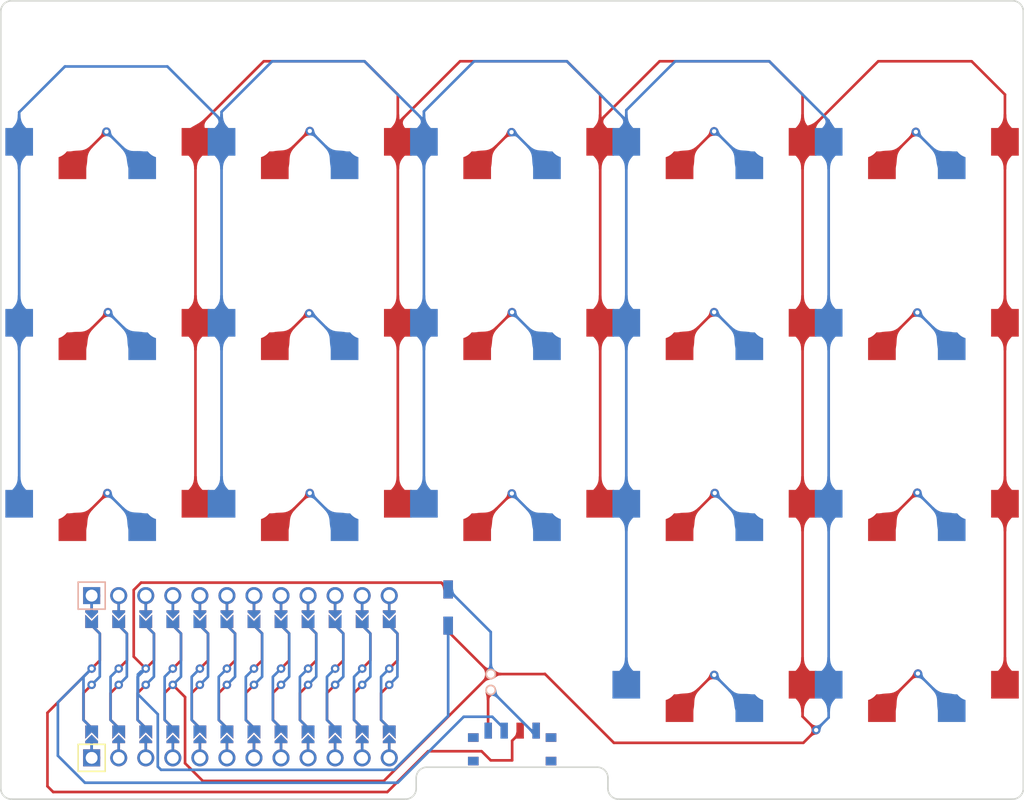
<source format=kicad_pcb>
(kicad_pcb (version 20211014) (generator pcbnew)
  (title_block (title "buckygrid") (rev "v1.0.0") (company "Unknown"))
  (layers (0 "F.Cu" signal) (1 "In1.Cu" signal) (2 "In2.Cu" signal) (31 "B.Cu" signal) (34 "B.Paste" user) (35 "F.Paste" user) (36 "B.SilkS" user "B.Silkscreen") (37 "F.SilkS" user "F.Silkscreen") (38 "B.Mask" user) (39 "F.Mask" user) (44 "Edge.Cuts" user))
  (net 0 "")
  (net 1 "grid_pinky_bottom")
  (net 2 "GND")
  (net 3 "grid_pinky_home")
  (net 4 "grid_pinky_top")
  (net 5 "grid_ring_bottom")
  (net 6 "grid_ring_home")
  (net 7 "grid_ring_top")
  (net 8 "grid_middle_bottom")
  (net 9 "grid_middle_home")
  (net 10 "grid_middle_top")
  (net 11 "grid_index_thumb")
  (net 12 "grid_index_bottom")
  (net 13 "grid_index_home")
  (net 14 "grid_index_top")
  (net 15 "grid_inner_thumb")
  (net 16 "grid_inner_bottom")
  (net 17 "grid_inner_home")
  (net 18 "grid_inner_top")
  (net 19 "RAW")
  (net 20 "RST")
  (net 21 "VCC")
  (net 22 "P14")
  (net 23 "pos")
  (footprint "lib:bat" (layer "F.Cu") (at 36 3.5 180)
    (fp_text reference "")
    (fp_text value "")
  )
  (footprint "PG1350" (layer "F.Cu") (at 19 -34 180)
    (fp_text reference "S5" hide)
    (fp_text value "" hide)
  )
  (footprint "PG1350" (layer "F.Cu") (at 76 0 180)
    (fp_text reference "S14" hide)
    (fp_text value "" hide)
  )
  (footprint "PG1350" (layer "F.Cu") (at 76 -34 180)
    (fp_text reference "S16" hide)
    (fp_text value "" hide)
  )
  (footprint "PG1350" (layer "F.Cu") (at 57 -17 180)
    (fp_text reference "S11" hide)
    (fp_text value "" hide)
  )
  (footprint "PG1350" (layer "F.Cu") (at 19 -17 180)
    (fp_text reference "S4" hide)
    (fp_text value "" hide)
  )
  (footprint "PG1350" (layer "F.Cu") (at 57 -34 180)
    (fp_text reference "S12" hide)
    (fp_text value "" hide)
  )
  (footprint "PG1350" (layer "F.Cu") (at 76 -17 180)
    (fp_text reference "S15" hide)
    (fp_text value "" hide)
  )
  (footprint "Button_Switch_SMD:SW_SPDT_PCM12" (layer "F.Cu") (at 38.01 9.495)
    (fp_text reference "")
    (fp_text value "")
  )
  (footprint "PG1350" (layer "F.Cu") (at 38 -51 180)
    (fp_text reference "S9" hide)
    (fp_text value "" hide)
  )
  (footprint "PG1350" (layer "F.Cu") (at 76 -51 180)
    (fp_text reference "S17" hide)
    (fp_text value "" hide)
  )
  (footprint "PG1350" (layer "F.Cu") (at 38 -17 180)
    (fp_text reference "S7" hide)
    (fp_text value "" hide)
  )
  (footprint "PG1350" (layer "F.Cu") (at 57 0 180)
    (fp_text reference "S10" hide)
    (fp_text value "" hide)
  )
  (footprint "PG1350" (layer "F.Cu") (at 19 -51 180)
    (fp_text reference "S6" hide)
    (fp_text value "" hide)
  )
  (footprint "PG1350" (layer "F.Cu") (at 0 -51 180)
    (fp_text reference "S3" hide)
    (fp_text value "" hide)
  )
  (footprint "PG1350" (layer "F.Cu") (at 0 -34 180)
    (fp_text reference "S2" hide)
    (fp_text value "" hide)
  )
  (footprint "Button_Switch_SMD:SW_SPST_B3U-1000P" (layer "F.Cu") (at 32 -3.5 90)
    (fp_text reference "")
    (fp_text value "")
  )
  (footprint "ProMicro" (layer "F.Cu") (at 12.5 3)
    (fp_text reference "MCU1" hide)
    (fp_text value "")
  )
  (footprint "PG1350" (layer "F.Cu") (at 57 -51 180)
    (fp_text reference "S13" hide)
    (fp_text value "" hide)
  )
  (footprint "PG1350" (layer "F.Cu") (at 0 -17 180)
    (fp_text reference "S1" hide)
    (fp_text value "" hide)
  )
  (footprint "PG1350" (layer "F.Cu") (at 38 -34 180)
    (fp_text reference "S8" hide)
    (fp_text value "" hide)
  )
  (gr_arc (start 29 13.5) (mid 28.707107 14.207107) (end 28 14.5) (layer "Edge.Cuts") (width 0.15))
  (gr_line (start -10 13.5) (end -10 -59.5) (layer "Edge.Cuts") (width 0.15))
  (gr_arc (start 48 14.5) (mid 47.292893 14.207107) (end 47 13.5) (layer "Edge.Cuts") (width 0.15))
  (gr_arc (start 29 12.5) (mid 29.292893 11.792893) (end 30 11.5) (layer "Edge.Cuts") (width 0.15))
  (gr_line (start 86 13.5) (end 86 -59.5) (layer "Edge.Cuts") (width 0.15))
  (gr_line (start 48 14.5) (end 85 14.5) (layer "Edge.Cuts") (width 0.15))
  (gr_arc (start -10 -59.5) (mid -9.707107 -60.207107) (end -9 -60.5) (layer "Edge.Cuts") (width 0.15))
  (gr_arc (start 85 -60.5) (mid 85.707107 -60.207107) (end 86 -59.5) (layer "Edge.Cuts") (width 0.15))
  (gr_line (start -9 14.5) (end 28 14.5) (layer "Edge.Cuts") (width 0.15))
  (gr_line (start 30 11.5) (end 46 11.5) (layer "Edge.Cuts") (width 0.15))
  (gr_arc (start 46 11.5) (mid 46.707107 11.792893) (end 47 12.5) (layer "Edge.Cuts") (width 0.15))
  (gr_line (start 29 13.5) (end 29 12.5) (layer "Edge.Cuts") (width 0.15))
  (gr_line (start -9 -60.5) (end 85 -60.5) (layer "Edge.Cuts") (width 0.15))
  (gr_arc (start 86 13.5) (mid 85.707107 14.207107) (end 85 14.5) (layer "Edge.Cuts") (width 0.15))
  (gr_line (start 47 12.5) (end 47 13.5) (layer "Edge.Cuts") (width 0.15))
  (gr_arc (start -9 14.5) (mid -9.707107 14.207107) (end -10 13.5) (layer "Edge.Cuts") (width 0.15))
  (segment (start -3.275 -11.05) (end -3.2 -11.05) (width 0.25) (layer "F.Cu") (net 1))
  (segment (start -3.2 -11.05) (end 0.01 -14.26) (width 0.25) (layer "F.Cu") (net 1))
  (via (at 0.01 -14.26) (size 0.8) (drill 0.4) (layers "F.Cu" "B.Cu") (net 1))
  (segment (start 3.22 -11.05) (end 3.275 -11.05) (width 0.25) (layer "B.Cu") (net 1))
  (segment (start 0.01 -14.26) (end 3.22 -11.05) (width 0.25) (layer "B.Cu") (net 1))
  (segment (start 84.275 -51.692371) (end 81.146872 -54.820499) (width 0.25) (layer "F.Cu") (net 2))
  (segment (start 47.56 9.21) (end 41.08 2.73) (width 0.25) (layer "F.Cu") (net 2))
  (segment (start 27.275 -47.25) (end 27.275 -51.692371) (width 0.25) (layer "F.Cu") (net 2))
  (segment (start 14.690499 -54.820499) (end 8.275 -48.405) (width 0.25) (layer "F.Cu") (net 2))
  (segment (start 7.3 11.13) (end 7.3 4.912) (width 0.25) (layer "F.Cu") (net 2))
  (segment (start 46.275 -49.242371) (end 46.275 -47.25) (width 0.25) (layer "F.Cu") (net 2))
  (segment (start 65.275 -30.25) (end 65.275 -13.25) (width 0.25) (layer "F.Cu") (net 2))
  (segment (start 65.275 3.75) (end 65.275 6.735) (width 0.25) (layer "F.Cu") (net 2))
  (segment (start 27.275 -13.25) (end 27.275 -30.25) (width 0.25) (layer "F.Cu") (net 2))
  (segment (start 46.275 -47.25) (end 46.275 -51.692371) (width 0.25) (layer "F.Cu") (net 2))
  (segment (start 84.275 -47.25) (end 84.275 -30.25) (width 0.25) (layer "F.Cu") (net 2))
  (segment (start 62.146872 -54.820499) (end 51.853128 -54.820499) (width 0.25) (layer "F.Cu") (net 2))
  (segment (start 81.146872 -54.820499) (end 72.380499 -54.820499) (width 0.25) (layer "F.Cu") (net 2))
  (segment (start 65.275 -51.692371) (end 62.146872 -54.820499) (width 0.25) (layer "F.Cu") (net 2))
  (segment (start 36 2.75) (end 25.96 12.79) (width 0.25) (layer "F.Cu") (net 2))
  (segment (start 46.275 -47.25) (end 46.275 -30.25) (width 0.25) (layer "F.Cu") (net 2))
  (segment (start 51.853128 -54.820499) (end 46.275 -49.242371) (width 0.25) (layer "F.Cu") (net 2))
  (segment (start 27.275 -47.25) (end 27.275 -30.25) (width 0.25) (layer "F.Cu") (net 2))
  (segment (start 65.275 -47.715) (end 65.275 -47.25) (width 0.25) (layer "F.Cu") (net 2))
  (segment (start 65.35 9.21) (end 47.56 9.21) (width 0.25) (layer "F.Cu") (net 2))
  (segment (start 27.275 -51.692371) (end 24.146872 -54.820499) (width 0.25) (layer "F.Cu") (net 2))
  (segment (start 84.275 -30.25) (end 84.275 -13.25) (width 0.25) (layer "F.Cu") (net 2))
  (segment (start 41.06 2.75) (end 36 2.75) (width 0.25) (layer "F.Cu") (net 2))
  (segment (start 46.275 -30.25) (end 46.275 -13.25) (width 0.25) (layer "F.Cu") (net 2))
  (segment (start 8.275 -30.25) (end 8.275 -13.25) (width 0.25) (layer "F.Cu") (net 2))
  (segment (start 25.96 12.79) (end 8.96 12.79) (width 0.25) (layer "F.Cu") (net 2))
  (segment (start 7.3 4.912) (end 6.15 3.762) (width 0.25) (layer "F.Cu") (net 2))
  (segment (start 32 -1.25) (end 36 2.75) (width 0.25) (layer "F.Cu") (net 2))
  (segment (start 8.275 -48.405) (end 8.275 -47.25) (width 0.25) (layer "F.Cu") (net 2))
  (segment (start 43.146872 -54.820499) (end 33.120499 -54.820499) (width 0.25) (layer "F.Cu") (net 2))
  (segment (start 46.275 -51.692371) (end 43.146872 -54.820499) (width 0.25) (layer "F.Cu") (net 2))
  (segment (start 72.380499 -54.820499) (end 65.275 -47.715) (width 0.25) (layer "F.Cu") (net 2))
  (segment (start 27.275 -48.975) (end 27.275 -47.25) (width 0.25) (layer "F.Cu") (net 2))
  (segment (start 84.275 -47.25) (end 84.275 -51.692371) (width 0.25) (layer "F.Cu") (net 2))
  (segment (start 84.275 -13.25) (end 84.275 3.75) (width 0.25) (layer "F.Cu") (net 2))
  (segment (start 65.275 6.735) (end 66.55 8.01) (width 0.25) (layer "F.Cu") (net 2))
  (segment (start 24.146872 -54.820499) (end 14.690499 -54.820499) (width 0.25) (layer "F.Cu") (net 2))
  (segment (start 65.275 3.75) (end 65.275 -13.25) (width 0.25) (layer "F.Cu") (net 2))
  (segment (start 66.55 8.01) (end 65.35 9.21) (width 0.25) (layer "F.Cu") (net 2))
  (segment (start 8.96 12.79) (end 7.3 11.13) (width 0.25) (layer "F.Cu") (net 2))
  (segment (start 65.275 -47.25) (end 65.275 -51.692371) (width 0.25) (layer "F.Cu") (net 2))
  (segment (start 41.08 2.73) (end 41.06 2.75) (width 0.25) (layer "F.Cu") (net 2))
  (segment (start 32 -1.8) (end 32 -1.25) (width 0.25) (layer "F.Cu") (net 2))
  (segment (start 65.275 -47.25) (end 65.275 -30.25) (width 0.25) (layer "F.Cu") (net 2))
  (segment (start 8.275 -47.25) (end 8.275 -30.25) (width 0.25) (layer "F.Cu") (net 2))
  (segment (start 33.120499 -54.820499) (end 27.275 -48.975) (width 0.25) (layer "F.Cu") (net 2))
  (via (at 66.55 8.01) (size 0.8) (drill 0.4) (layers "F.Cu" "B.Cu") (net 2))
  (segment (start 34.440499 -54.820499) (end 29.725 -50.105) (width 0.25) (layer "B.Cu") (net 2))
  (segment (start 29.725 -49.242371) (end 24.146872 -54.820499) (width 0.25) (layer "B.Cu") (net 2))
  (segment (start 67.725 -49.242371) (end 62.146872 -54.820499) (width 0.25) (layer "B.Cu") (net 2))
  (segment (start 10.725 -47.25) (end 10.725 -49.242371) (width 0.25) (layer "B.Cu") (net 2))
  (segment (start 29.725 -13.25) (end 29.725 -30.25) (width 0.25) (layer "B.Cu") (net 2))
  (segment (start -8.275 -47.25) (end -8.275 -30.25) (width 0.25) (layer "B.Cu") (net 2))
  (segment (start 24.146872 -54.820499) (end 15.480499 -54.820499) (width 0.25) (layer "B.Cu") (net 2))
  (segment (start -8.275 -50.035) (end -8.275 -47.25) (width 0.25) (layer "B.Cu") (net 2))
  (segment (start 10.725 -30.25) (end 10.725 -13.25) (width 0.25) (layer "B.Cu") (net 2))
  (segment (start 67.725 -13.25) (end 67.725 3.75) (width 0.25) (layer "B.Cu") (net 2))
  (segment (start 10.725 -47.25) (end 10.725 -30.25) (width 0.25) (layer "B.Cu") (net 2))
  (segment (start -8.275 -13.25) (end -8.275 -30.25) (width 0.25) (layer "B.Cu") (net 2))
  (segment (start 53.320499 -54.820499) (end 48.725 -50.225) (width 0.25) (layer "B.Cu") (net 2))
  (segment (start 67.725 6.835) (end 67.725 3.75) (width 0.25) (layer "B.Cu") (net 2))
  (segment (start 15.480499 -54.820499) (end 10.725 -50.065) (width 0.25) (layer "B.Cu") (net 2))
  (segment (start 48.725 -13.25) (end 48.725 3.75) (width 0.25) (layer "B.Cu") (net 2))
  (segment (start 62.146872 -54.820499) (end 53.320499 -54.820499) (width 0.25) (layer "B.Cu") (net 2))
  (segment (start 29.725 -30.25) (end 29.725 -47.25) (width 0.25) (layer "B.Cu") (net 2))
  (segment (start 48.725 -30.25) (end 48.725 -13.25) (width 0.25) (layer "B.Cu") (net 2))
  (segment (start 67.725 -30.25) (end 67.725 -13.25) (width 0.25) (layer "B.Cu") (net 2))
  (segment (start 5.637371 -54.33) (end -3.98 -54.33) (width 0.25) (layer "B.Cu") (net 2))
  (segment (start 29.725 -50.105) (end 29.725 -47.25) (width 0.25) (layer "B.Cu") (net 2))
  (segment (start 48.725 -49.242371) (end 43.146872 -54.820499) (width 0.25) (layer "B.Cu") (net 2))
  (segment (start -3.98 -54.33) (end -8.275 -50.035) (width 0.25) (layer "B.Cu") (net 2))
  (segment (start 67.725 -47.25) (end 67.725 -30.25) (width 0.25) (layer "B.Cu") (net 2))
  (segment (start 29.725 -47.25) (end 29.725 -49.242371) (width 0.25) (layer "B.Cu") (net 2))
  (segment (start 67.725 -47.25) (end 67.725 -49.242371) (width 0.25) (layer "B.Cu") (net 2))
  (segment (start 48.725 -50.225) (end 48.725 -47.25) (width 0.25) (layer "B.Cu") (net 2))
  (segment (start 10.725 -49.242371) (end 5.637371 -54.33) (width 0.25) (layer "B.Cu") (net 2))
  (segment (start 43.146872 -54.820499) (end 34.440499 -54.820499) (width 0.25) (layer "B.Cu") (net 2))
  (segment (start 48.725 -47.25) (end 48.725 -49.242371) (width 0.25) (layer "B.Cu") (net 2))
  (segment (start 48.725 -47.25) (end 48.725 -30.25) (width 0.25) (layer "B.Cu") (net 2))
  (segment (start 10.725 -50.065) (end 10.725 -47.25) (width 0.25) (layer "B.Cu") (net 2))
  (segment (start 36 -1.2) (end 36 2.75) (width 0.25) (layer "B.Cu") (net 2))
  (segment (start 66.55 8.01) (end 67.725 6.835) (width 0.25) (layer "B.Cu") (net 2))
  (segment (start 32 -5.2) (end 36 -1.2) (width 0.25) (layer "B.Cu") (net 2))
  (segment (start -3.14 -28.05) (end 0.06 -31.25) (width 0.25) (layer "F.Cu") (net 3))
  (segment (start -3.275 -28.05) (end -3.14 -28.05) (width 0.25) (layer "F.Cu") (net 3))
  (via (at 0.06 -31.25) (size 0.8) (drill 0.4) (layers "F.Cu" "B.Cu") (net 3))
  (segment (start 3.26 -28.05) (end 3.275 -28.05) (width 0.25) (layer "B.Cu") (net 3))
  (segment (start 0.06 -31.25) (end 3.26 -28.05) (width 0.25) (layer "B.Cu") (net 3))
  (segment (start -3.24 -45.05) (end -0.08 -48.21) (width 0.25) (layer "F.Cu") (net 4))
  (segment (start -3.275 -45.05) (end -3.24 -45.05) (width 0.25) (layer "F.Cu") (net 4))
  (via (at -0.08 -48.21) (size 0.8) (drill 0.4) (layers "F.Cu" "B.Cu") (net 4))
  (segment (start 3.08 -45.05) (end 3.275 -45.05) (width 0.25) (layer "B.Cu") (net 4))
  (segment (start -0.08 -48.21) (end 3.08 -45.05) (width 0.25) (layer "B.Cu") (net 4))
  (segment (start 15.8 -11.05) (end 19.01 -14.26) (width 0.25) (layer "F.Cu") (net 5))
  (segment (start 15.725 -11.05) (end 15.8 -11.05) (width 0.25) (layer "F.Cu") (net 5))
  (via (at 19.01 -14.26) (size 0.8) (drill 0.4) (layers "F.Cu" "B.Cu") (net 5))
  (segment (start 22.22 -11.05) (end 22.275 -11.05) (width 0.25) (layer "B.Cu") (net 5))
  (segment (start 19.01 -14.26) (end 22.22 -11.05) (width 0.25) (layer "B.Cu") (net 5))
  (segment (start 18.815 -31.14) (end 18.95 -31.14) (width 0.25) (layer "F.Cu") (net 6))
  (segment (start 15.725 -28.05) (end 18.815 -31.14) (width 0.25) (layer "F.Cu") (net 6))
  (via (at 18.95 -31.14) (size 0.8) (drill 0.4) (layers "F.Cu" "B.Cu") (net 6))
  (segment (start 19.185 -31.14) (end 22.275 -28.05) (width 0.25) (layer "B.Cu") (net 6))
  (segment (start 18.95 -31.14) (end 19.185 -31.14) (width 0.25) (layer "B.Cu") (net 6))
  (segment (start 18.945 -48.27) (end 19.01 -48.27) (width 0.25) (layer "F.Cu") (net 7))
  (segment (start 15.725 -45.05) (end 18.945 -48.27) (width 0.25) (layer "F.Cu") (net 7))
  (via (at 19.01 -48.27) (size 0.8) (drill 0.4) (layers "F.Cu" "B.Cu") (net 7))
  (segment (start 19.055 -48.27) (end 22.275 -45.05) (width 0.25) (layer "B.Cu") (net 7))
  (segment (start 19.01 -48.27) (end 19.055 -48.27) (width 0.25) (layer "B.Cu") (net 7))
  (segment (start 34.725 -11.05) (end 34.81 -11.05) (width 0.25) (layer "F.Cu") (net 8))
  (segment (start 34.81 -11.05) (end 37.98 -14.22) (width 0.25) (layer "F.Cu") (net 8))
  (via (at 37.98 -14.22) (size 0.8) (drill 0.4) (layers "F.Cu" "B.Cu") (net 8))
  (segment (start 37.98 -14.22) (end 41.15 -11.05) (width 0.25) (layer "B.Cu") (net 8))
  (segment (start 41.15 -11.05) (end 41.275 -11.05) (width 0.25) (layer "B.Cu") (net 8))
  (segment (start 34.8 -28.05) (end 38 -31.25) (width 0.25) (layer "F.Cu") (net 9))
  (segment (start 34.725 -28.05) (end 34.8 -28.05) (width 0.25) (layer "F.Cu") (net 9))
  (via (at 38 -31.25) (size 0.8) (drill 0.4) (layers "F.Cu" "B.Cu") (net 9))
  (segment (start 41.2 -28.05) (end 41.275 -28.05) (width 0.25) (layer "B.Cu") (net 9))
  (segment (start 38 -31.25) (end 41.2 -28.05) (width 0.25) (layer "B.Cu") (net 9))
  (segment (start 37.835 -48.16) (end 37.95 -48.16) (width 0.25) (layer "F.Cu") (net 10))
  (segment (start 34.725 -45.05) (end 37.835 -48.16) (width 0.25) (layer "F.Cu") (net 10))
  (via (at 37.95 -48.16) (size 0.8) (drill 0.4) (layers "F.Cu" "B.Cu") (net 10))
  (segment (start 38.165 -48.16) (end 41.275 -45.05) (width 0.25) (layer "B.Cu") (net 10))
  (segment (start 37.95 -48.16) (end 38.165 -48.16) (width 0.25) (layer "B.Cu") (net 10))
  (segment (start 56.845 2.83) (end 56.98 2.83) (width 0.25) (layer "F.Cu") (net 11))
  (segment (start 53.725 5.95) (end 56.845 2.83) (width 0.25) (layer "F.Cu") (net 11))
  (via (at 56.98 2.83) (size 0.8) (drill 0.4) (layers "F.Cu" "B.Cu") (net 11))
  (segment (start 56.98 2.83) (end 60.1 5.95) (width 0.25) (layer "B.Cu") (net 11))
  (segment (start 60.1 5.95) (end 60.275 5.95) (width 0.25) (layer "B.Cu") (net 11))
  (segment (start 53.82 -11.05) (end 57.03 -14.26) (width 0.25) (layer "F.Cu") (net 12))
  (segment (start 53.725 -11.05) (end 53.82 -11.05) (width 0.25) (layer "F.Cu") (net 12))
  (via (at 57.03 -14.26) (size 0.8) (drill 0.4) (layers "F.Cu" "B.Cu") (net 12))
  (segment (start 57.03 -14.26) (end 60.24 -11.05) (width 0.25) (layer "B.Cu") (net 12))
  (segment (start 60.24 -11.05) (end 60.275 -11.05) (width 0.25) (layer "B.Cu") (net 12))
  (segment (start 53.725 -28.05) (end 56.925 -31.25) (width 0.25) (layer "F.Cu") (net 13))
  (segment (start 56.925 -31.25) (end 56.97 -31.25) (width 0.25) (layer "F.Cu") (net 13))
  (via (at 56.97 -31.25) (size 0.8) (drill 0.4) (layers "F.Cu" "B.Cu") (net 13))
  (segment (start 57.075 -31.25) (end 60.275 -28.05) (width 0.25) (layer "B.Cu") (net 13))
  (segment (start 56.97 -31.25) (end 57.075 -31.25) (width 0.25) (layer "B.Cu") (net 13))
  (segment (start 56.915 -48.24) (end 56.97 -48.24) (width 0.25) (layer "F.Cu") (net 14))
  (segment (start 53.725 -45.05) (end 56.915 -48.24) (width 0.25) (layer "F.Cu") (net 14))
  (via (at 56.97 -48.24) (size 0.8) (drill 0.4) (layers "F.Cu" "B.Cu") (net 14))
  (segment (start 57.085 -48.24) (end 60.275 -45.05) (width 0.25) (layer "B.Cu") (net 14))
  (segment (start 56.97 -48.24) (end 57.085 -48.24) (width 0.25) (layer "B.Cu") (net 14))
  (segment (start 72.725 5.95) (end 75.975 2.7) (width 0.25) (layer "F.Cu") (net 15))
  (segment (start 75.975 2.7) (end 76.11 2.7) (width 0.25) (layer "F.Cu") (net 15))
  (via (at 76.11 2.7) (size 0.8) (drill 0.4) (layers "F.Cu" "B.Cu") (net 15))
  (segment (start 76.11 2.7) (end 79.275 5.865) (width 0.25) (layer "B.Cu") (net 15))
  (segment (start 79.275 5.865) (end 79.275 5.95) (width 0.25) (layer "B.Cu") (net 15))
  (segment (start 72.725 -11.05) (end 75.965 -14.29) (width 0.25) (layer "F.Cu") (net 16))
  (segment (start 75.965 -14.29) (end 76.05 -14.29) (width 0.25) (layer "F.Cu") (net 16))
  (via (at 76.05 -14.29) (size 0.8) (drill 0.4) (layers "F.Cu" "B.Cu") (net 16))
  (segment (start 76.05 -14.275) (end 79.275 -11.05) (width 0.25) (layer "B.Cu") (net 16))
  (segment (start 76.05 -14.29) (end 76.05 -14.275) (width 0.25) (layer "B.Cu") (net 16))
  (segment (start 72.725 -28.05) (end 75.895 -31.22) (width 0.25) (layer "F.Cu") (net 17))
  (segment (start 75.895 -31.22) (end 76.05 -31.22) (width 0.25) (layer "F.Cu") (net 17))
  (via (at 76.05 -31.22) (size 0.8) (drill 0.4) (layers "F.Cu" "B.Cu") (net 17))
  (segment (start 76.05 -31.22) (end 76.105 -31.22) (width 0.25) (layer "B.Cu") (net 17))
  (segment (start 76.105 -31.22) (end 79.275 -28.05) (width 0.25) (layer "B.Cu") (net 17))
  (segment (start 72.77 -45.05) (end 75.91 -48.19) (width 0.25) (layer "F.Cu") (net 18))
  (segment (start 72.725 -45.05) (end 72.77 -45.05) (width 0.25) (layer "F.Cu") (net 18))
  (via (at 75.91 -48.19) (size 0.8) (drill 0.4) (layers "F.Cu" "B.Cu") (net 18))
  (segment (start 75.91 -48.19) (end 79.05 -45.05) (width 0.25) (layer "B.Cu") (net 18))
  (segment (start 79.05 -45.05) (end 79.275 -45.05) (width 0.25) (layer "B.Cu") (net 18))
  (segment (start -5.62 13.29) (end -5.62 6.388) (width 0.25) (layer "F.Cu") (net 19))
  (segment (start 35.995001 10.855001) (end 35.14 10) (width 0.25) (layer "F.Cu") (net 19))
  (segment (start 30.12 10) (end 26.29 13.83) (width 0.25) (layer "F.Cu") (net 19))
  (segment (start -5.08 13.83) (end -5.62 13.29) (width 0.25) (layer "F.Cu") (net 19))
  (segment (start 38.75 8.27) (end 38.008453 9.011547) (width 0.25) (layer "F.Cu") (net 19))
  (segment (start -5.62 6.388) (end -1.47 2.238) (width 0.25) (layer "F.Cu") (net 19))
  (segment (start 38.008453 10.855001) (end 35.995001 10.855001) (width 0.25) (layer "F.Cu") (net 19))
  (segment (start 38.008453 9.011547) (end 38.008453 10.855001) (width 0.25) (layer "F.Cu") (net 19))
  (segment (start 26.29 13.83) (end -5.08 13.83) (width 0.25) (layer "F.Cu") (net 19))
  (segment (start 35.14 10) (end 30.12 10) (width 0.25) (layer "F.Cu") (net 19))
  (segment (start -4.64 10.42) (end -4.64 5.408) (width 0.25) (layer "B.Cu") (net 19))
  (segment (start 37.25 7.87) (end 36.14 6.76) (width 0.25) (layer "B.Cu") (net 19))
  (segment (start 36.14 6.76) (end 33.46 6.76) (width 0.25) (layer "B.Cu") (net 19))
  (segment (start 37.26 8.065) (end 37.26 8.26) (width 0.25) (layer "B.Cu") (net 19))
  (segment (start -2.1 12.96) (end -4.64 10.42) (width 0.25) (layer "B.Cu") (net 19))
  (segment (start 33.46 6.76) (end 27.26 12.96) (width 0.25) (layer "B.Cu") (net 19))
  (segment (start 27.26 12.96) (end -2.1 12.96) (width 0.25) (layer "B.Cu") (net 19))
  (segment (start 37.26 8.26) (end 37.25 8.27) (width 0.25) (layer "B.Cu") (net 19))
  (segment (start -4.64 5.408) (end -1.47 2.238) (width 0.25) (layer "B.Cu") (net 19))
  (segment (start 37.25 8.27) (end 37.25 7.87) (width 0.25) (layer "B.Cu") (net 19))
  (segment (start 2.48 -5.15) (end 2.48 1.108) (width 0.25) (layer "F.Cu") (net 20))
  (segment (start 31.36 -5.84) (end 3.17 -5.84) (width 0.25) (layer "F.Cu") (net 20))
  (segment (start 2.48 1.108) (end 3.61 2.238) (width 0.25) (layer "F.Cu") (net 20))
  (segment (start 32 -5.2) (end 31.36 -5.84) (width 0.25) (layer "F.Cu") (net 20))
  (segment (start 3.17 -5.84) (end 2.48 -5.15) (width 0.25) (layer "F.Cu") (net 20))
  (segment (start 32 6.680991) (end 26.935991 11.745) (width 0.25) (layer "B.Cu") (net 20))
  (segment (start 5.044009 11.745) (end 4.74 11.440991) (width 0.25) (layer "B.Cu") (net 20))
  (segment (start 2.885 4.665) (end 2.885 2.775) (width 0.25) (layer "B.Cu") (net 20))
  (segment (start 2.885 2.963) (end 3.61 2.238) (width 0.25) (layer "B.Cu") (net 20))
  (segment (start 26.935991 11.745) (end 5.044009 11.745) (width 0.25) (layer "B.Cu") (net 20))
  (segment (start 4.74 11.440991) (end 4.74 6.52) (width 0.25) (layer "B.Cu") (net 20))
  (segment (start 2.885 2.775) (end 2.885 2.963) (width 0.25) (layer "B.Cu") (net 20))
  (segment (start 32 -1.8) (end 32 6.680991) (width 0.25) (layer "B.Cu") (net 20))
  (segment (start 4.74 6.52) (end 2.885 4.665) (width 0.25) (layer "B.Cu") (net 20))
  (segment (start 2.885 2.775) (end 3.16 2.5) (width 0.25) (layer "B.Cu") (net 20))
  (segment (start 36 4.25) (end 35.75 4.5) (width 0.25) (layer "F.Cu") (net 23))
  (segment (start 35.75 4.5) (end 35.75 8.27) (width 0.25) (layer "F.Cu") (net 23))
  (segment (start 40.02 8.27) (end 40.25 8.27) (width 0.25) (layer "B.Cu") (net 23))
  (segment (start 36 4.25) (end 40.02 8.27) (width 0.25) (layer "B.Cu") (net 23))
  (zone (net 13) (net_name "grid_index_home") (layer "F.Cu") (priority 16962) (connect_pads yes (clearance 0)) (min_thickness 0.0254) (fill yes (thermal_gap 0.508) (thermal_bridge_width 0.508))
    (polygon (pts (xy 55.468017 -29.969794) (xy 55.237446 -29.763748) (xy 55.025032 -29.620579) (xy 54.825101 -29.528112) (xy 54.631976 -29.474175) (xy 54.439983 -29.446595) (xy 54.243447 -29.433199) (xy 54.036692 -29.421814) (xy 53.814045 -29.400268) (xy 53.56983 -29.356388) (xy 53.298372 -29.278001) (xy 53.265381 -27.590381) (xy 54.953001 -27.623372) (xy 55.031388 -27.89483) (xy 55.075268 -28.139045) (xy 55.096814 -28.361692) (xy 55.108199 -28.568447) (xy 55.121595 -28.764983) (xy 55.149175 -28.956976) (xy 55.203112 -29.150101) (xy 55.295579 -29.350032) (xy 55.438748 -29.562446) (xy 55.644794 -29.793017)))
  )
  (zone (net 2) (net_name "GND") (layer "F.Cu") (priority 16962) (connect_pads yes (clearance 0)) (min_thickness 0.0254) (fill yes (thermal_gap 0.508) (thermal_bridge_width 0.508))
    (polygon (pts (xy 65.15 -15.84) (xy 65.132657 -15.531265) (xy 65.083695 -15.27983) (xy 65.007705 -15.073073) (xy 64.909285 -14.898373) (xy 64.793027 -14.743112) (xy 64.663527 -14.594667) (xy 64.52538 -14.44042) (xy 64.38318 -14.267749) (xy 64.241521 -14.064034) (xy 64.105 -13.816656) (xy 65.275 -12.6) (xy 66.445 -13.816656) (xy 66.308478 -14.064034) (xy 66.166819 -14.267749) (xy 66.024619 -14.44042) (xy 65.886472 -14.594667) (xy 65.756972 -14.743112) (xy 65.640714 -14.898373) (xy 65.542294 -15.073073) (xy 65.466304 -15.27983) (xy 65.417342 -15.531265) (xy 65.4 -15.84)))
  )
  (zone (net 2) (net_name "GND") (layer "F.Cu") (priority 16962) (connect_pads yes (clearance 0)) (min_thickness 0.0254) (fill yes (thermal_gap 0.508) (thermal_bridge_width 0.508))
    (polygon (pts (xy 8.15 -15.84) (xy 8.132657 -15.531265) (xy 8.083695 -15.27983) (xy 8.007705 -15.073073) (xy 7.909285 -14.898373) (xy 7.793027 -14.743112) (xy 7.663527 -14.594667) (xy 7.52538 -14.44042) (xy 7.38318 -14.267749) (xy 7.241521 -14.064034) (xy 7.105 -13.816656) (xy 8.275 -12.6) (xy 9.445 -13.816656) (xy 9.308478 -14.064034) (xy 9.166819 -14.267749) (xy 9.024619 -14.44042) (xy 8.886472 -14.594667) (xy 8.756972 -14.743112) (xy 8.640714 -14.898373) (xy 8.542294 -15.073073) (xy 8.466304 -15.27983) (xy 8.417342 -15.531265) (xy 8.4 -15.84)))
  )
  (zone (net 1) (net_name "grid_pinky_bottom") (layer "F.Cu") (priority 16962) (connect_pads yes (clearance 0)) (min_thickness 0.0254) (fill yes (thermal_gap 0.508) (thermal_bridge_width 0.508))
    (polygon (pts (xy -0.460225 -13.612998) (xy -0.393949 -13.674653) (xy -0.333737 -13.721584) (xy -0.277824 -13.756416) (xy -0.224449 -13.781777) (xy -0.171846 -13.800293) (xy -0.118254 -13.814592) (xy -0.06191 -13.8273) (xy -0.00105 -13.841046) (xy 0.066088 -13.858454) (xy 0.14127 -13.882154) (xy 0.151421 -14.401421) (xy -0.367846 -14.39127) (xy -0.391545 -14.316088) (xy -0.408953 -14.248949) (xy -0.422699 -14.188089) (xy -0.435407 -14.131745) (xy -0.449706 -14.078153) (xy -0.468222 -14.02555) (xy -0.493583 -13.972175) (xy -0.528415 -13.916262) (xy -0.575346 -13.85605) (xy -0.637002 -13.789775)))
  )
  (zone (net 13) (net_name "grid_index_home") (layer "F.Cu") (priority 16962) (connect_pads yes (clearance 0)) (min_thickness 0.0254) (fill yes (thermal_gap 0.508) (thermal_bridge_width 0.508))
    (polygon (pts (xy 56.468917 -30.61714) (xy 56.534391 -30.678003) (xy 56.594021 -30.724264) (xy 56.649559 -30.758376) (xy 56.702759 -30.782791) (xy 56.755374 -30.799961) (xy 56.809156 -30.812339) (xy 56.86586 -30.822376) (xy 56.927238 -30.832525) (xy 56.995045 -30.845239) (xy 57.071032 -30.86297) (xy 57.122144 -31.379815) (xy 56.603696 -31.410688) (xy 56.572747 -31.334314) (xy 56.549202 -31.266174) (xy 56.530268 -31.204404) (xy 56.51315 -31.147143) (xy 56.495054 -31.092526) (xy 56.473188 -31.038692) (xy 56.444757 -30.983777) (xy 56.406968 -30.925918) (xy 56.357026 -30.863252) (xy 56.29214 -30.793917)))
  )
  (zone (net 2) (net_name "GND") (layer "F.Cu") (priority 16962) (connect_pads yes (clearance 0)) (min_thickness 0.0254) (fill yes (thermal_gap 0.508) (thermal_bridge_width 0.508))
    (polygon (pts (xy 35.211577 2.138353) (xy 35.289179 2.222782) (xy 35.346742 2.299838) (xy 35.38795 2.371713) (xy 35.416483 2.440601) (xy 35.436023 2.508697) (xy 35.450252 2.578196) (xy 35.462851 2.651289) (xy 35.477503 2.730173) (xy 35.497889 2.817041) (xy 35.527692 2.914087) (xy 36.176776 2.926776) (xy 36.164087 2.277692) (xy 36.067041 2.247889) (xy 35.980173 2.227503) (xy 35.901289 2.212851) (xy 35.828196 2.200252) (xy 35.758697 2.186023) (xy 35.690601 2.166483) (xy 35.621713 2.13795) (xy 35.549838 2.096742) (xy 35.472782 2.039179) (xy 35.388353 1.961577)))
  )
  (zone (net 17) (net_name "grid_inner_home") (layer "F.Cu") (priority 16962) (connect_pads yes (clearance 0)) (min_thickness 0.0254) (fill yes (thermal_gap 0.508) (thermal_bridge_width 0.508))
    (polygon (pts (xy 75.502557 -30.65078) (xy 75.562915 -30.706348) (xy 75.618524 -30.747929) (xy 75.670897 -30.777554) (xy 75.721548 -30.797254) (xy 75.771989 -30.809058) (xy 75.823735 -30.814998) (xy 75.8783 -30.817104) (xy 75.937197 -30.817406) (xy 76.001939 -30.817936) (xy 76.074041 -30.820724) (xy 76.224434 -31.317839) (xy 75.721821 -31.448688) (xy 75.674036 -31.375577) (xy 75.636535 -31.30993) (xy 75.606142 -31.249865) (xy 75.579684 -31.1935) (xy 75.553986 -31.13895) (xy 75.525873 -31.084335) (xy 75.49217 -31.02777) (xy 75.449703 -30.967374) (xy 75.395298 -30.901264) (xy 75.32578 -30.827557)))
  )
  (zone (net 2) (net_name "GND") (layer "F.Cu") (priority 16962) (connect_pads yes (clearance 0)) (min_thickness 0.0254) (fill yes (thermal_gap 0.508) (thermal_bridge_width 0.508))
    (polygon (pts (xy 84.4 -10.66) (xy 84.417342 -10.968734) (xy 84.466304 -11.220169) (xy 84.542294 -11.426926) (xy 84.640714 -11.601626) (xy 84.756972 -11.756887) (xy 84.886472 -11.905332) (xy 85.024619 -12.059579) (xy 85.166819 -12.23225) (xy 85.308478 -12.435965) (xy 85.445 -12.683344) (xy 84.275 -13.9) (xy 83.105 -12.683344) (xy 83.241521 -12.435965) (xy 83.38318 -12.23225) (xy 83.52538 -12.059579) (xy 83.663527 -11.905332) (xy 83.793027 -11.756887) (xy 83.909285 -11.601626) (xy 84.007705 -11.426926) (xy 84.083695 -11.220169) (xy 84.132657 -10.968734) (xy 84.15 -10.66)))
  )
  (zone (net 18) (net_name "grid_inner_top") (layer "F.Cu") (priority 16962) (connect_pads yes (clearance 0)) (min_thickness 0.0254) (fill yes (thermal_gap 0.508) (thermal_bridge_width 0.508))
    (polygon (pts (xy 75.439775 -47.542998) (xy 75.50605 -47.604653) (xy 75.566262 -47.651584) (xy 75.622175 -47.686416) (xy 75.67555 -47.711777) (xy 75.728153 -47.730293) (xy 75.781745 -47.744592) (xy 75.838089 -47.7573) (xy 75.898949 -47.771046) (xy 75.966088 -47.788454) (xy 76.04127 -47.812154) (xy 76.051421 -48.331421) (xy 75.532154 -48.32127) (xy 75.508454 -48.246088) (xy 75.491046 -48.178949) (xy 75.4773 -48.118089) (xy 75.464592 -48.061745) (xy 75.450293 -48.008153) (xy 75.431777 -47.95555) (xy 75.406416 -47.902175) (xy 75.371584 -47.846262) (xy 75.324653 -47.78605) (xy 75.262998 -47.719775)))
  )
  (zone (net 2) (net_name "GND") (layer "F.Cu") (priority 16962) (connect_pads yes (clearance 0)) (min_thickness 0.0254) (fill yes (thermal_gap 0.508) (thermal_bridge_width 0.508))
    (polygon (pts (xy 65.15 -32.84) (xy 65.132657 -32.531265) (xy 65.083695 -32.27983) (xy 65.007705 -32.073073) (xy 64.909285 -31.898373) (xy 64.793027 -31.743112) (xy 64.663527 -31.594667) (xy 64.52538 -31.44042) (xy 64.38318 -31.267749) (xy 64.241521 -31.064034) (xy 64.105 -30.816656) (xy 65.275 -29.6) (xy 66.445 -30.816656) (xy 66.308478 -31.064034) (xy 66.166819 -31.267749) (xy 66.024619 -31.44042) (xy 65.886472 -31.594667) (xy 65.756972 -31.743112) (xy 65.640714 -31.898373) (xy 65.542294 -32.073073) (xy 65.466304 -32.27983) (xy 65.417342 -32.531265) (xy 65.4 -32.84)))
  )
  (zone (net 2) (net_name "GND") (layer "F.Cu") (priority 16962) (connect_pads yes (clearance 0)) (min_thickness 0.0254) (fill yes (thermal_gap 0.508) (thermal_bridge_width 0.508))
    (polygon (pts (xy 35.388353 3.538423) (xy 35.472782 3.46082) (xy 35.549838 3.403257) (xy 35.621713 3.362049) (xy 35.690601 3.333516) (xy 35.758697 3.313976) (xy 35.828196 3.299747) (xy 35.901289 3.287148) (xy 35.980173 3.272496) (xy 36.067041 3.25211) (xy 36.164087 3.222308) (xy 36.176776 2.573224) (xy 35.527692 2.585913) (xy 35.497889 2.682958) (xy 35.477503 2.769826) (xy 35.462851 2.84871) (xy 35.450252 2.921803) (xy 35.436023 2.991302) (xy 35.416483 3.059398) (xy 35.38795 3.128286) (xy 35.346742 3.200161) (xy 35.289179 3.277217) (xy 35.211577 3.361647)))
  )
  (zone (net 2) (net_name "GND") (layer "F.Cu") (priority 16962) (connect_pads yes (clearance 0)) (min_thickness 0.0254) (fill yes (thermal_gap 0.508) (thermal_bridge_width 0.508))
    (polygon (pts (xy 46.4 -44.66) (xy 46.417342 -44.968734) (xy 46.466304 -45.220169) (xy 46.542294 -45.426926) (xy 46.640714 -45.601626) (xy 46.756972 -45.756887) (xy 46.886472 -45.905332) (xy 47.024619 -46.059579) (xy 47.166819 -46.23225) (xy 47.308478 -46.435965) (xy 47.445 -46.683344) (xy 46.275 -47.9) (xy 45.105 -46.683344) (xy 45.241521 -46.435965) (xy 45.38318 -46.23225) (xy 45.52538 -46.059579) (xy 45.663527 -45.905332) (xy 45.793027 -45.756887) (xy 45.909285 -45.601626) (xy 46.007705 -45.426926) (xy 46.083695 -45.220169) (xy 46.132657 -44.968734) (xy 46.15 -44.66)))
  )
  (zone (net 3) (net_name "grid_pinky_home") (layer "F.Cu") (priority 16962) (connect_pads yes (clearance 0)) (min_thickness 0.0254) (fill yes (thermal_gap 0.508) (thermal_bridge_width 0.508))
    (polygon (pts (xy -0.410225 -30.602998) (xy -0.343949 -30.664653) (xy -0.283737 -30.711584) (xy -0.227824 -30.746416) (xy -0.174449 -30.771777) (xy -0.121846 -30.790293) (xy -0.068254 -30.804592) (xy -0.01191 -30.8173) (xy 0.048949 -30.831046) (xy 0.116088 -30.848454) (xy 0.19127 -30.872154) (xy 0.201421 -31.391421) (xy -0.317846 -31.38127) (xy -0.341545 -31.306088) (xy -0.358953 -31.238949) (xy -0.372699 -31.178089) (xy -0.385407 -31.121745) (xy -0.399706 -31.068153) (xy -0.418222 -31.01555) (xy -0.443583 -30.962175) (xy -0.478415 -30.906262) (xy -0.525346 -30.84605) (xy -0.587002 -30.779775)))
  )
  (zone (net 6) (net_name "grid_ring_home") (layer "F.Cu") (priority 16962) (connect_pads yes (clearance 0)) (min_thickness 0.0254) (fill yes (thermal_gap 0.508) (thermal_bridge_width 0.508))
    (polygon (pts (xy 17.468017 -29.969794) (xy 17.237446 -29.763748) (xy 17.025032 -29.620579) (xy 16.825101 -29.528112) (xy 16.631976 -29.474175) (xy 16.439983 -29.446595) (xy 16.243447 -29.433199) (xy 16.036692 -29.421814) (xy 15.814045 -29.400268) (xy 15.56983 -29.356388) (xy 15.298372 -29.278001) (xy 15.265381 -27.590381) (xy 16.953001 -27.623372) (xy 17.031388 -27.89483) (xy 17.075268 -28.139045) (xy 17.096814 -28.361692) (xy 17.108199 -28.568447) (xy 17.121595 -28.764983) (xy 17.149175 -28.956976) (xy 17.203112 -29.150101) (xy 17.295579 -29.350032) (xy 17.438748 -29.562446) (xy 17.644794 -29.793017)))
  )
  (zone (net 9) (net_name "grid_middle_home") (layer "F.Cu") (priority 16962) (connect_pads yes (clearance 0)) (min_thickness 0.0254) (fill yes (thermal_gap 0.508) (thermal_bridge_width 0.508))
    (polygon (pts (xy 36.514733 -29.94151) (xy 36.28584 -29.737023) (xy 36.074915 -29.59522) (xy 35.876245 -29.504243) (xy 35.684115 -29.452232) (xy 35.492809 -29.427327) (xy 35.296615 -29.41767) (xy 35.089818 -29.411401) (xy 34.866703 -29.396662) (xy 34.621556 -29.361593) (xy 34.348663 -29.294335) (xy 34.24707 -27.609452) (xy 35.934636 -27.573787) (xy 36.025455 -27.846071) (xy 36.079669 -28.091271) (xy 36.109745 -28.31511) (xy 36.128147 -28.523313) (xy 36.147343 -28.721603) (xy 36.179796 -28.915707) (xy 36.237974 -29.111347) (xy 36.334342 -29.314248) (xy 36.481365 -29.530135) (xy 36.69151 -29.764733)))
  )
  (zone (net 17) (net_name "grid_inner_home") (layer "F.Cu") (priority 16962) (connect_pads yes (clearance 0)) (min_thickness 0.0254) (fill yes (thermal_gap 0.508) (thermal_bridge_width 0.508))
    (polygon (pts (xy 74.468017 -29.969794) (xy 74.237446 -29.763748) (xy 74.025032 -29.620579) (xy 73.825101 -29.528112) (xy 73.631976 -29.474175) (xy 73.439983 -29.446595) (xy 73.243447 -29.433199) (xy 73.036692 -29.421814) (xy 72.814045 -29.400268) (xy 72.56983 -29.356388) (xy 72.298372 -29.278001) (xy 72.265381 -27.590381) (xy 73.953001 -27.623372) (xy 74.031388 -27.89483) (xy 74.075268 -28.139045) (xy 74.096814 -28.361692) (xy 74.108199 -28.568447) (xy 74.121595 -28.764983) (xy 74.149175 -28.956976) (xy 74.203112 -29.150101) (xy 74.295579 -29.350032) (xy 74.438748 -29.562446) (xy 74.644794 -29.793017)))
  )
  (zone (net 7) (net_name "grid_ring_top") (layer "F.Cu") (priority 16962) (connect_pads yes (clearance 0)) (min_thickness 0.0254) (fill yes (thermal_gap 0.508) (thermal_bridge_width 0.508))
    (polygon (pts (xy 18.495988 -47.644211) (xy 18.561101 -47.704701) (xy 18.620482 -47.750639) (xy 18.675868 -47.784404) (xy 18.729002 -47.808375) (xy 18.781622 -47.824931) (xy 18.835469 -47.836453) (xy 18.892283 -47.84532) (xy 18.953804 -47.853911) (xy 19.021773 -47.864606) (xy 19.097929 -47.879785) (xy 19.166433 -48.394613) (xy 18.64932 -48.442944) (xy 18.615189 -48.366329) (xy 18.588937 -48.297987) (xy 18.567703 -48.236017) (xy 18.548624 -48.178518) (xy 18.528841 -48.12359) (xy 18.505492 -48.069332) (xy 18.475715 -48.013844) (xy 18.43665 -47.955224) (xy 18.385436 -47.891572) (xy 18.319211 -47.820988)))
  )
  (zone (net 2) (net_name "GND") (layer "F.Cu") (priority 16962) (connect_pads yes (clearance 0)) (min_thickness 0.0254) (fill yes (thermal_gap 0.508) (thermal_bridge_width 0.508))
    (polygon (pts (xy 84.15 -15.84) (xy 84.132657 -15.531265) (xy 84.083695 -15.27983) (xy 84.007705 -15.073073) (xy 83.909285 -14.898373) (xy 83.793027 -14.743112) (xy 83.663527 -14.594667) (xy 83.52538 -14.44042) (xy 83.38318 -14.267749) (xy 83.241521 -14.064034) (xy 83.105 -13.816656) (xy 84.275 -12.6) (xy 85.445 -13.816656) (xy 85.308478 -14.064034) (xy 85.166819 -14.267749) (xy 85.024619 -14.44042) (xy 84.886472 -14.594667) (xy 84.756972 -14.743112) (xy 84.640714 -14.898373) (xy 84.542294 -15.073073) (xy 84.466304 -15.27983) (xy 84.417342 -15.531265) (xy 84.4 -15.84)))
  )
  (zone (net 2) (net_name "GND") (layer "F.Cu") (priority 16962) (connect_pads yes (clearance 0)) (min_thickness 0.0254) (fill yes (thermal_gap 0.508) (thermal_bridge_width 0.508))
    (polygon (pts (xy 36.99 2.625) (xy 36.875425 2.620172) (xy 36.780235 2.606389) (xy 36.700273 2.584704) (xy 36.631386 2.556168) (xy 36.569418 2.521833) (xy 36.510213 2.482752) (xy 36.449619 2.439976) (xy 36.383479 2.394557) (xy 36.307639 2.347548) (xy 36.217944 2.3) (xy 35.75 2.75) (xy 36.217944 3.2) (xy 36.307639 3.152451) (xy 36.383479 3.105442) (xy 36.449619 3.060023) (xy 36.510213 3.017247) (xy 36.569418 2.978166) (xy 36.631386 2.943831) (xy 36.700273 2.915295) (xy 36.780235 2.89361) (xy 36.875425 2.879827) (xy 36.99 2.875)))
  )
  (zone (net 10) (net_name "grid_middle_top") (layer "F.Cu") (priority 16962) (connect_pads yes (clearance 0)) (min_thickness 0.0254) (fill yes (thermal_gap 0.508) (thermal_bridge_width 0.508))
    (polygon (pts (xy 37.414272 -47.562495) (xy 37.477154 -47.620663) (xy 37.534794 -47.66453) (xy 37.588829 -47.696287) (xy 37.640896 -47.718126) (xy 37.69263 -47.732239) (xy 37.74567 -47.740817) (xy 37.801652 -47.746052) (xy 37.862213 -47.750135) (xy 37.928989 -47.755257) (xy 38.003618 -47.763611) (xy 38.116689 -48.270519) (xy 37.605748 -48.363692) (xy 37.564028 -48.288351) (xy 37.531486 -48.220993) (xy 37.505087 -48.159699) (xy 37.481798 -48.102551) (xy 37.458585 -48.047629) (xy 37.432415 -47.993016) (xy 37.400254 -47.936792) (xy 37.359069 -47.877039) (xy 37.305827 -47.811838) (xy 37.237495 -47.739272)))
  )
  (zone (net 2) (net_name "GND") (layer "F.Cu") (priority 16962) (connect_pads yes (clearance 0)) (min_thickness 0.0254) (fill yes (thermal_gap 0.508) (thermal_bridge_width 0.508))
    (polygon (pts (xy 8.4 -27.66) (xy 8.417342 -27.968734) (xy 8.466304 -28.220169) (xy 8.542294 -28.426926) (xy 8.640714 -28.601626) (xy 8.756972 -28.756887) (xy 8.886472 -28.905332) (xy 9.024619 -29.059579) (xy 9.166819 -29.23225) (xy 9.308478 -29.435965) (xy 9.445 -29.683344) (xy 8.275 -30.9) (xy 7.105 -29.683344) (xy 7.241521 -29.435965) (xy 7.38318 -29.23225) (xy 7.52538 -29.059579) (xy 7.663527 -28.905332) (xy 7.793027 -28.756887) (xy 7.909285 -28.601626) (xy 8.007705 -28.426926) (xy 8.083695 -28.220169) (xy 8.132657 -27.968734) (xy 8.15 -27.66)))
  )
  (zone (net 2) (net_name "GND") (layer "F.Cu") (priority 16962) (connect_pads yes (clearance 0)) (min_thickness 0.0254) (fill yes (thermal_gap 0.508) (thermal_bridge_width 0.508))
    (polygon (pts (xy 46.15 -32.84) (xy 46.132657 -32.531265) (xy 46.083695 -32.27983) (xy 46.007705 -32.073073) (xy 45.909285 -31.898373) (xy 45.793027 -31.743112) (xy 45.663527 -31.594667) (xy 45.52538 -31.44042) (xy 45.38318 -31.267749) (xy 45.241521 -31.064034) (xy 45.105 -30.816656) (xy 46.275 -29.6) (xy 47.445 -30.816656) (xy 47.308478 -31.064034) (xy 47.166819 -31.267749) (xy 47.024619 -31.44042) (xy 46.886472 -31.594667) (xy 46.756972 -31.743112) (xy 46.640714 -31.898373) (xy 46.542294 -32.073073) (xy 46.466304 -32.27983) (xy 46.417342 -32.531265) (xy 46.4 -32.84)))
  )
  (zone (net 2) (net_name "GND") (layer "F.Cu") (priority 16962) (connect_pads yes (clearance 0)) (min_thickness 0.0254) (fill yes (thermal_gap 0.508) (thermal_bridge_width 0.508))
    (polygon (pts (xy 65.4 -27.66) (xy 65.417342 -27.968734) (xy 65.466304 -28.220169) (xy 65.542294 -28.426926) (xy 65.640714 -28.601626) (xy 65.756972 -28.756887) (xy 65.886472 -28.905332) (xy 66.024619 -29.059579) (xy 66.166819 -29.23225) (xy 66.308478 -29.435965) (xy 66.445 -29.683344) (xy 65.275 -30.9) (xy 64.105 -29.683344) (xy 64.241521 -29.435965) (xy 64.38318 -29.23225) (xy 64.52538 -29.059579) (xy 64.663527 -28.905332) (xy 64.793027 -28.756887) (xy 64.909285 -28.601626) (xy 65.007705 -28.426926) (xy 65.083695 -28.220169) (xy 65.132657 -27.968734) (xy 65.15 -27.66)))
  )
  (zone (net 2) (net_name "GND") (layer "F.Cu") (priority 16962) (connect_pads yes (clearance 0)) (min_thickness 0.0254) (fill yes (thermal_gap 0.508) (thermal_bridge_width 0.508))
    (polygon (pts (xy 84.4 -44.66) (xy 84.417342 -44.968734) (xy 84.466304 -45.220169) (xy 84.542294 -45.426926) (xy 84.640714 -45.601626) (xy 84.756972 -45.756887) (xy 84.886472 -45.905332) (xy 85.024619 -46.059579) (xy 85.166819 -46.23225) (xy 85.308478 -46.435965) (xy 85.445 -46.683344) (xy 84.275 -47.9) (xy 83.105 -46.683344) (xy 83.241521 -46.435965) (xy 83.38318 -46.23225) (xy 83.52538 -46.059579) (xy 83.663527 -45.905332) (xy 83.793027 -45.756887) (xy 83.909285 -45.601626) (xy 84.007705 -45.426926) (xy 84.083695 -45.220169) (xy 84.132657 -44.968734) (xy 84.15 -44.66)))
  )
  (zone (net 9) (net_name "grid_middle_home") (layer "F.Cu") (priority 16962) (connect_pads yes (clearance 0)) (min_thickness 0.0254) (fill yes (thermal_gap 0.508) (thermal_bridge_width 0.508))
    (polygon (pts (xy 37.529775 -30.602998) (xy 37.59605 -30.664653) (xy 37.656262 -30.711584) (xy 37.712175 -30.746416) (xy 37.76555 -30.771777) (xy 37.818153 -30.790293) (xy 37.871745 -30.804592) (xy 37.928089 -30.8173) (xy 37.988949 -30.831046) (xy 38.056088 -30.848454) (xy 38.13127 -30.872154) (xy 38.141421 -31.391421) (xy 37.622154 -31.38127) (xy 37.598454 -31.306088) (xy 37.581046 -31.238949) (xy 37.5673 -31.178089) (xy 37.554592 -31.121745) (xy 37.540293 -31.068153) (xy 37.521777 -31.01555) (xy 37.496416 -30.962175) (xy 37.461584 -30.906262) (xy 37.414653 -30.84605) (xy 37.352998 -30.779775)))
  )
  (zone (net 2) (net_name "GND") (layer "F.Cu") (priority 16962) (connect_pads yes (clearance 0)) (min_thickness 0.0254) (fill yes (thermal_gap 0.508) (thermal_bridge_width 0.508))
    (polygon (pts (xy 65.4 -10.66) (xy 65.417342 -10.968734) (xy 65.466304 -11.220169) (xy 65.542294 -11.426926) (xy 65.640714 -11.601626) (xy 65.756972 -11.756887) (xy 65.886472 -11.905332) (xy 66.024619 -12.059579) (xy 66.166819 -12.23225) (xy 66.308478 -12.435965) (xy 66.445 -12.683344) (xy 65.275 -13.9) (xy 64.105 -12.683344) (xy 64.241521 -12.435965) (xy 64.38318 -12.23225) (xy 64.52538 -12.059579) (xy 64.663527 -11.905332) (xy 64.793027 -11.756887) (xy 64.909285 -11.601626) (xy 65.007705 -11.426926) (xy 65.083695 -11.220169) (xy 65.132657 -10.968734) (xy 65.15 -10.66)))
  )
  (zone (net 2) (net_name "GND") (layer "F.Cu") (priority 16962) (connect_pads yes (clearance 0)) (min_thickness 0.0254) (fill yes (thermal_gap 0.508) (thermal_bridge_width 0.508))
    (polygon (pts (xy 27.15 -15.84) (xy 27.132657 -15.531265) (xy 27.083695 -15.27983) (xy 27.007705 -15.073073) (xy 26.909285 -14.898373) (xy 26.793027 -14.743112) (xy 26.663527 -14.594667) (xy 26.52538 -14.44042) (xy 26.38318 -14.267749) (xy 26.241521 -14.064034) (xy 26.105 -13.816656) (xy 27.275 -12.6) (xy 28.445 -13.816656) (xy 28.308478 -14.064034) (xy 28.166819 -14.267749) (xy 28.024619 -14.44042) (xy 27.886472 -14.594667) (xy 27.756972 -14.743112) (xy 27.640714 -14.898373) (xy 27.542294 -15.073073) (xy 27.466304 -15.27983) (xy 27.417342 -15.531265) (xy 27.4 -15.84)))
  )
  (zone (net 2) (net_name "GND") (layer "F.Cu") (priority 16962) (connect_pads yes (clearance 0)) (min_thickness 0.0254) (fill yes (thermal_gap 0.508) (thermal_bridge_width 0.508))
    (polygon (pts (xy 46.61627 -49.760417) (xy 46.423808 -49.558697) (xy 46.270857 -49.380614) (xy 46.148132 -49.220854) (xy 46.046353 -49.074104) (xy 45.956238 -48.93505) (xy 45.868506 -48.798378) (xy 45.773873 -48.658774) (xy 45.66306 -48.510926) (xy 45.526783 -48.349518) (xy 45.355762 -48.169238) (xy 46.275 -46.6) (xy 47.445 -47.816656) (xy 47.320055 -48.031318) (xy 47.173085 -48.225944) (xy 47.01733 -48.404883) (xy 46.866026 -48.572486) (xy 46.732414 -48.733103) (xy 46.629729 -48.891083) (xy 46.571212 -49.050777) (xy 46.5701 -49.216534) (xy 46.639632 -49.392705) (xy 46.793046 -49.583641)))
  )
  (zone (net 11) (net_name "grid_index_thumb") (layer "F.Cu") (priority 16962) (connect_pads yes (clearance 0)) (min_thickness 0.0254) (fill yes (thermal_gap 0.508) (thermal_bridge_width 0.508))
    (polygon (pts (xy 56.438414 3.413363) (xy 56.500025 3.356506) (xy 56.556643 3.313797) (xy 56.609844 3.283125) (xy 56.661203 3.262377) (xy 56.712296 3.249444) (xy 56.7647 3.242214) (xy 56.819991 3.238575) (xy 56.879744 3.236417) (xy 56.945536 3.233629) (xy 57.018943 3.228099) (xy 57.150657 2.725712) (xy 56.643506 2.613734) (xy 56.598775 2.688012) (xy 56.563778 2.754552) (xy 56.535411 2.815258) (xy 56.510568 2.87203) (xy 56.486144 2.926771) (xy 56.459034 2.981384) (xy 56.426134 3.037769) (xy 56.384337 3.09783) (xy 56.33054 3.163468) (xy 56.261637 3.236586)))
  )
  (zone (net 2) (net_name "GND") (layer "F.Cu") (priority 16962) (connect_pads yes (clearance 0)) (min_thickness 0.0254) (fill yes (thermal_gap 0.508) (thermal_bridge_width 0.508))
    (polygon (pts (xy 66.763459 -49.380236) (xy 66.515632 -49.156859) (xy 66.287931 -48.996806) (xy 66.075033 -48.886196) (xy 65.871611 -48.811148) (xy 65.67234 -48.75778) (xy 65.471895 -48.712212) (xy 65.264951 -48.660563) (xy 65.046183 -48.588951) (xy 64.810266 -48.483497) (xy 64.551875 -48.330319) (xy 64.946458 -46.689144) (xy 66.570958 -47.147568) (xy 66.579142 -47.410201) (xy 66.56657 -47.646052) (xy 66.543421 -47.860411) (xy 66.519872 -48.058567) (xy 66.506104 -48.24581) (xy 66.512296 -48.427429) (xy 66.548626 -48.608714) (xy 66.625273 -48.794954) (xy 66.752416 -48.991439) (xy 66.940236 -49.203459)))
  )
  (zone (net 2) (net_name "GND") (layer "F.Cu") (priority 16962) (connect_pads yes (clearance 0)) (min_thickness 0.0254) (fill yes (thermal_gap 0.508) (thermal_bridge_width 0.508))
    (polygon (pts (xy 84.15 -32.84) (xy 84.132657 -32.531265) (xy 84.083695 -32.27983) (xy 84.007705 -32.073073) (xy 83.909285 -31.898373) (xy 83.793027 -31.743112) (xy 83.663527 -31.594667) (xy 83.52538 -31.44042) (xy 83.38318 -31.267749) (xy 83.241521 -31.064034) (xy 83.105 -30.816656) (xy 84.275 -29.6) (xy 85.445 -30.816656) (xy 85.308478 -31.064034) (xy 85.166819 -31.267749) (xy 85.024619 -31.44042) (xy 84.886472 -31.594667) (xy 84.756972 -31.743112) (xy 84.640714 -31.898373) (xy 84.542294 -32.073073) (xy 84.466304 -32.27983) (xy 84.417342 -32.531265) (xy 84.4 -32.84)))
  )
  (zone (net 2) (net_name "GND") (layer "F.Cu") (priority 16962) (connect_pads yes (clearance 0)) (min_thickness 0.0254) (fill yes (thermal_gap 0.508) (thermal_bridge_width 0.508))
    (polygon (pts (xy 65.15 1.16) (xy 65.132657 1.468734) (xy 65.083695 1.720169) (xy 65.007705 1.926926) (xy 64.909285 2.101626) (xy 64.793027 2.256887) (xy 64.663527 2.405332) (xy 64.52538 2.559579) (xy 64.38318 2.73225) (xy 64.241521 2.935965) (xy 64.105 3.183344) (xy 65.275 4.4) (xy 66.445 3.183344) (xy 66.308478 2.935965) (xy 66.166819 2.73225) (xy 66.024619 2.559579) (xy 65.886472 2.405332) (xy 65.756972 2.256887) (xy 65.640714 2.101626) (xy 65.542294 1.926926) (xy 65.466304 1.720169) (xy 65.417342 1.468734) (xy 65.4 1.16)))
  )
  (zone (net 4) (net_name "grid_pinky_top") (layer "F.Cu") (priority 16962) (connect_pads yes (clearance 0)) (min_thickness 0.0254) (fill yes (thermal_gap 0.508) (thermal_bridge_width 0.508))
    (polygon (pts (xy -1.504054 -46.962723) (xy -1.734576 -46.756616) (xy -1.94691 -46.613331) (xy -2.146786 -46.520846) (xy -2.339931 -46.467137) (xy -2.532073 -46.44018) (xy -2.728943 -46.427952) (xy -2.936268 -46.418431) (xy -3.159777 -46.399593) (xy -3.405199 -46.359413) (xy -3.678262 -46.285871) (xy -3.743253 -44.59918) (xy -2.05531 -44.60016) (xy -1.970773 -44.872937) (xy -1.921661 -45.118382) (xy -1.895666 -45.342226) (xy -1.880483 -45.550203) (xy -1.863805 -45.748048) (xy -1.833326 -45.941493) (xy -1.77674 -46.136271) (xy -1.68174 -46.338118) (xy -1.536021 -46.552764) (xy -1.327277 -46.785946)))
  )
  (zone (net 2) (net_name "GND") (layer "F.Cu") (priority 16962) (connect_pads yes (clearance 0)) (min_thickness 0.0254) (fill yes (thermal_gap 0.508) (thermal_bridge_width 0.508))
    (polygon (pts (xy 9.247271 -49.554048) (xy 9.012808 -49.333772) (xy 8.803051 -49.162525) (xy 8.612511 -49.028735) (xy 8.4357 -48.920835) (xy 8.267129 -48.827255) (xy 8.101308 -48.736426) (xy 7.93275 -48.636779) (xy 7.755965 -48.516744) (xy 7.565465 -48.364754) (xy 7.355762 -48.169238) (xy 8.204513 -46.603834) (xy 9.499549 -47.686437) (xy 9.419878 -47.889898) (xy 9.337224 -48.077074) (xy 9.258714 -48.251206) (xy 9.191479 -48.415538) (xy 9.142647 -48.573311) (xy 9.119347 -48.727767) (xy 9.128708 -48.882149) (xy 9.177859 -49.039699) (xy 9.273929 -49.203659) (xy 9.424048 -49.377271)))
  )
  (zone (net 23) (net_name "pos") (layer "F.Cu") (priority 16962) (connect_pads yes (clearance 0)) (min_thickness 0.0254) (fill yes (thermal_gap 0.508) (thermal_bridge_width 0.508))
    (polygon (pts (xy 35.875 5.19) (xy 35.880005 5.098505) (xy 35.894613 5.022607) (xy 35.918211 4.95968) (xy 35.950184 4.907098) (xy 35.989921 4.862235) (xy 36.036807 4.822465) (xy 36.09023 4.785162) (xy 36.149576 4.7477) (xy 36.214233 4.707454) (xy 36.283588 4.661797) (xy 36.123502 4.032636) (xy 35.5 4.25) (xy 35.5035 4.363371) (xy 35.513 4.460035) (xy 35.526999 4.544643) (xy 35.544 4.621845) (xy 35.5625 4.696293) (xy 35.581 4.772637) (xy 35.598 4.855529) (xy 35.612 4.949619) (xy 35.6215 5.059559) (xy 35.625 5.19)))
  )
  (zone (net 2) (net_name "GND") (layer "F.Cu") (priority 16962) (connect_pads yes (clearance 0)) (min_thickness 0.0254) (fill yes (thermal_gap 0.508) (thermal_bridge_width 0.508))
    (polygon (pts (xy 27.15 -32.84) (xy 27.132657 -32.531265) (xy 27.083695 -32.27983) (xy 27.007705 -32.073073) (xy 26.909285 -31.898373) (xy 26.793027 -31.743112) (xy 26.663527 -31.594667) (xy 26.52538 -31.44042) (xy 26.38318 -31.267749) (xy 26.241521 -31.064034) (xy 26.105 -30.816656) (xy 27.275 -29.6) (xy 28.445 -30.816656) (xy 28.308478 -31.064034) (xy 28.166819 -31.267749) (xy 28.024619 -31.44042) (xy 27.886472 -31.594667) (xy 27.756972 -31.743112) (xy 27.640714 -31.898373) (xy 27.542294 -32.073073) (xy 27.466304 -32.27983) (xy 27.417342 -32.531265) (xy 27.4 -32.84)))
  )
  (zone (net 2) (net_name "GND") (layer "F.Cu") (priority 16962) (connect_pads yes (clearance 0)) (min_thickness 0.0254) (fill yes (thermal_gap 0.508) (thermal_bridge_width 0.508))
    (polygon (pts (xy 46.15 -15.84) (xy 46.132657 -15.531265) (xy 46.083695 -15.27983) (xy 46.007705 -15.073073) (xy 45.909285 -14.898373) (xy 45.793027 -14.743112) (xy 45.663527 -14.594667) (xy 45.52538 -14.44042) (xy 45.38318 -14.267749) (xy 45.241521 -14.064034) (xy 45.105 -13.816656) (xy 46.275 -12.6) (xy 47.445 -13.816656) (xy 47.308478 -14.064034) (xy 47.166819 -14.267749) (xy 47.024619 -14.44042) (xy 46.886472 -14.594667) (xy 46.756972 -14.743112) (xy 46.640714 -14.898373) (xy 46.542294 -15.073073) (xy 46.466304 -15.27983) (xy 46.417342 -15.531265) (xy 46.4 -15.84)))
  )
  (zone (net 3) (net_name "grid_pinky_home") (layer "F.Cu") (priority 16962) (connect_pads yes (clearance 0)) (min_thickness 0.0254) (fill yes (thermal_gap 0.508) (thermal_bridge_width 0.508))
    (polygon (pts (xy -1.453551 -29.913226) (xy -1.680516 -29.710619) (xy -1.889773 -29.570499) (xy -2.087028 -29.481257) (xy -2.277984 -29.431282) (xy -2.468347 -29.408963) (xy -2.663822 -29.40269) (xy -2.870113 -29.400852) (xy -3.092925 -29.391838) (xy -3.337964 -29.364039) (xy -3.610935 -29.305845) (xy -3.766914 -27.625124) (xy -2.081382 -27.534952) (xy -1.980881 -27.806771) (xy -1.918685 -28.051842) (xy -1.8821 -28.275889) (xy -1.858432 -28.484638) (xy -1.834985 -28.683813) (xy -1.799066 -28.879139) (xy -1.737979 -29.076341) (xy -1.639031 -29.281143) (xy -1.489528 -29.499271) (xy -1.276774 -29.736449)))
  )
  (zone (net 6) (net_name "grid_ring_home") (layer "F.Cu") (priority 16962) (connect_pads yes (clearance 0)) (min_thickness 0.0254) (fill yes (thermal_gap 0.508) (thermal_bridge_width 0.508))
    (polygon (pts (xy 18.408414 -30.556637) (xy 18.470025 -30.613493) (xy 18.526643 -30.656202) (xy 18.579844 -30.686874) (xy 18.631203 -30.707622) (xy 18.682296 -30.720555) (xy 18.7347 -30.727785) (xy 18.789991 -30.731424) (xy 18.849744 -30.733582) (xy 18.915536 -30.73637) (xy 18.988943 -30.741901) (xy 19.120657 -31.244288) (xy 18.613506 -31.356266) (xy 18.568775 -31.281987) (xy 18.533778 -31.215447) (xy 18.505411 -31.154741) (xy 18.480568 -31.097969) (xy 18.456144 -31.043228) (xy 18.429034 -30.988615) (xy 18.396134 -30.93223) (xy 18.354337 -30.872169) (xy 18.30054 -30.806531) (xy 18.231637 -30.733414)))
  )
  (zone (net 11) (net_name "grid_index_thumb") (layer "F.Cu") (priority 16962) (connect_pads yes (clearance 0)) (min_thickness 0.0254) (fill yes (thermal_gap 0.508) (thermal_bridge_width 0.508))
    (polygon (pts (xy 55.468017 4.030206) (xy 55.237446 4.236251) (xy 55.025032 4.37942) (xy 54.825101 4.471887) (xy 54.631976 4.525824) (xy 54.439983 4.553404) (xy 54.243447 4.5668) (xy 54.036692 4.578185) (xy 53.814045 4.599731) (xy 53.56983 4.643611) (xy 53.298372 4.721999) (xy 53.265381 6.409619) (xy 54.953001 6.376628) (xy 55.031388 6.105169) (xy 55.075268 5.860954) (xy 55.096814 5.638307) (xy 55.108199 5.431552) (xy 55.121595 5.235016) (xy 55.149175 5.043023) (xy 55.203112 4.849898) (xy 55.295579 4.649967) (xy 55.438748 4.437553) (xy 55.644794 4.206983)))
  )
  (zone (net 2) (net_name "GND") (layer "F.Cu") (priority 16962) (connect_pads yes (clearance 0)) (min_thickness 0.0254) (fill yes (thermal_gap 0.508) (thermal_bridge_width 0.508))
    (polygon (pts (xy 65.902998 7.539775) (xy 65.964653 7.60605) (xy 66.011584 7.666262) (xy 66.046416 7.722175) (xy 66.071777 7.77555) (xy 66.090293 7.828153) (xy 66.104592 7.881745) (xy 66.1173 7.938089) (xy 66.131046 7.998949) (xy 66.148454 8.066088) (xy 66.172154 8.14127) (xy 66.691421 8.151421) (xy 66.68127 7.632154) (xy 66.606088 7.608454) (xy 66.538949 7.591046) (xy 66.478089 7.5773) (xy 66.421745 7.564592) (xy 66.368153 7.550293) (xy 66.31555 7.531777) (xy 66.262175 7.506416) (xy 66.206262 7.471584) (xy 66.14605 7.424653) (xy 66.079775 7.362998)))
  )
  (zone (net 2) (net_name "GND") (layer "F.Cu") (priority 16962) (connect_pads yes (clearance 0)) (min_thickness 0.0254) (fill yes (thermal_gap 0.508) (thermal_bridge_width 0.508))
    (polygon (pts (xy 8.4 -44.66) (xy 8.417342 -44.968734) (xy 8.466304 -45.220169) (xy 8.542294 -45.426926) (xy 8.640714 -45.601626) (xy 8.756972 -45.756887) (xy 8.886472 -45.905332) (xy 9.024619 -46.059579) (xy 9.166819 -46.23225) (xy 9.308478 -46.435965) (xy 9.445 -46.683344) (xy 8.275 -47.9) (xy 7.105 -46.683344) (xy 7.241521 -46.435965) (xy 7.38318 -46.23225) (xy 7.52538 -46.059579) (xy 7.663527 -45.905332) (xy 7.793027 -45.756887) (xy 7.909285 -45.601626) (xy 8.007705 -45.426926) (xy 8.083695 -45.220169) (xy 8.132657 -44.968734) (xy 8.15 -44.66)))
  )
  (zone (net 15) (net_name "grid_inner_thumb") (layer "F.Cu") (priority 16962) (connect_pads yes (clearance 0)) (min_thickness 0.0254) (fill yes (thermal_gap 0.508) (thermal_bridge_width 0.508))
    (polygon (pts (xy 75.568414 3.283363) (xy 75.630025 3.226506) (xy 75.686643 3.183797) (xy 75.739844 3.153125) (xy 75.791203 3.132377) (xy 75.842296 3.119444) (xy 75.8947 3.112214) (xy 75.949991 3.108575) (xy 76.009744 3.106417) (xy 76.075536 3.103629) (xy 76.148943 3.098099) (xy 76.280657 2.595712) (xy 75.773506 2.483734) (xy 75.728775 2.558012) (xy 75.693778 2.624552) (xy 75.665411 2.685258) (xy 75.640568 2.74203) (xy 75.616144 2.796771) (xy 75.589034 2.851384) (xy 75.556134 2.907769) (xy 75.514337 2.96783) (xy 75.46054 3.033468) (xy 75.391637 3.106586)))
  )
  (zone (net 2) (net_name "GND") (layer "F.Cu") (priority 16962) (connect_pads yes (clearance 0)) (min_thickness 0.0254) (fill yes (thermal_gap 0.508) (thermal_bridge_width 0.508))
    (polygon (pts (xy 27.80533 -49.682106) (xy 27.602521 -49.477524) (xy 27.433362 -49.303555) (xy 27.290056 -49.15316) (xy 27.164805 -49.0193) (xy 27.049811 -48.894937) (xy 26.937275 -48.773033) (xy 26.8194 -48.646549) (xy 26.688388 -48.508448) (xy 26.536441 -48.35169) (xy 26.355762 -48.169238) (xy 27.275 -46.6) (xy 28.445 -47.816656) (xy 28.332851 -48.017508) (xy 28.207102 -48.20194) (xy 28.07834 -48.373442) (xy 27.957154 -48.535508) (xy 27.854132 -48.69163) (xy 27.779865 -48.845301) (xy 27.744939 -49.000014) (xy 27.759945 -49.159261) (xy 27.835471 -49.326535) (xy 27.982106 -49.50533)))
  )
  (zone (net 10) (net_name "grid_middle_top") (layer "F.Cu") (priority 16962) (connect_pads yes (clearance 0)) (min_thickness 0.0254) (fill yes (thermal_gap 0.508) (thermal_bridge_width 0.508))
    (polygon (pts (xy 36.468017 -46.969794) (xy 36.237446 -46.763748) (xy 36.025032 -46.620579) (xy 35.825101 -46.528112) (xy 35.631976 -46.474175) (xy 35.439983 -46.446595) (xy 35.243447 -46.433199) (xy 35.036692 -46.421814) (xy 34.814045 -46.400268) (xy 34.56983 -46.356388) (xy 34.298372 -46.278001) (xy 34.265381 -44.590381) (xy 35.953001 -44.623372) (xy 36.031388 -44.89483) (xy 36.075268 -45.139045) (xy 36.096814 -45.361692) (xy 36.108199 -45.568447) (xy 36.121595 -45.764983) (xy 36.149175 -45.956976) (xy 36.203112 -46.150101) (xy 36.295579 -46.350032) (xy 36.438748 -46.562446) (xy 36.644794 -46.793017)))
  )
  (zone (net 2) (net_name "GND") (layer "F.Cu") (priority 16962) (connect_pads yes (clearance 0)) (min_thickness 0.0254) (fill yes (thermal_gap 0.508) (thermal_bridge_width 0.508))
    (polygon (pts (xy 32.335875 -1.090901) (xy 32.290718 -1.144313) (xy 32.263464 -1.195253) (xy 32.251737 -1.244472) (xy 32.253164 -1.292721) (xy 32.26537 -1.340749) (xy 32.285981 -1.389307) (xy 32.312624 -1.439146) (xy 32.342924 -1.491015) (xy 32.374507 -1.545666) (xy 32.405 -1.60385) (xy 32 -2.025) (xy 31.681802 -1.481802) (xy 31.742982 -1.41809) (xy 31.793017 -1.361186) (xy 31.834965 -1.309116) (xy 31.871885 -1.259904) (xy 31.906835 -1.211578) (xy 31.942874 -1.162163) (xy 31.983061 -1.109684) (xy 32.030455 -1.052167) (xy 32.088115 -0.987639) (xy 32.159099 -0.914125)))
  )
  (zone (net 15) (net_name "grid_inner_thumb") (layer "F.Cu") (priority 16962) (connect_pads yes (clearance 0)) (min_thickness 0.0254) (fill yes (thermal_gap 0.508) (thermal_bridge_width 0.508))
    (polygon (pts (xy 74.468017 4.030206) (xy 74.237446 4.236251) (xy 74.025032 4.37942) (xy 73.825101 4.471887) (xy 73.631976 4.525824) (xy 73.439983 4.553404) (xy 73.243447 4.5668) (xy 73.036692 4.578185) (xy 72.814045 4.599731) (xy 72.56983 4.643611) (xy 72.298372 4.721999) (xy 72.265381 6.409619) (xy 73.953001 6.376628) (xy 74.031388 6.105169) (xy 74.075268 5.860954) (xy 74.096814 5.638307) (xy 74.108199 5.431552) (xy 74.121595 5.235016) (xy 74.149175 5.043023) (xy 74.203112 4.849898) (xy 74.295579 4.649967) (xy 74.438748 4.437553) (xy 74.644794 4.206983)))
  )
  (zone (net 2) (net_name "GND") (layer "F.Cu") (priority 16962) (connect_pads yes (clearance 0)) (min_thickness 0.0254) (fill yes (thermal_gap 0.508) (thermal_bridge_width 0.508))
    (polygon (pts (xy 84.15 1.16) (xy 84.132657 1.468734) (xy 84.083695 1.720169) (xy 84.007705 1.926926) (xy 83.909285 2.101626) (xy 83.793027 2.256887) (xy 83.663527 2.405332) (xy 83.52538 2.559579) (xy 83.38318 2.73225) (xy 83.241521 2.935965) (xy 83.105 3.183344) (xy 84.275 4.4) (xy 85.445 3.183344) (xy 85.308478 2.935965) (xy 85.166819 2.73225) (xy 85.024619 2.559579) (xy 84.886472 2.405332) (xy 84.756972 2.256887) (xy 84.640714 2.101626) (xy 84.542294 1.926926) (xy 84.466304 1.720169) (xy 84.417342 1.468734) (xy 84.4 1.16)))
  )
  (zone (net 2) (net_name "GND") (layer "F.Cu") (priority 16962) (connect_pads yes (clearance 0)) (min_thickness 0.0254) (fill yes (thermal_gap 0.508) (thermal_bridge_width 0.508))
    (polygon (pts (xy 27.4 -44.66) (xy 27.417342 -44.968734) (xy 27.466304 -45.220169) (xy 27.542294 -45.426926) (xy 27.640714 -45.601626) (xy 27.756972 -45.756887) (xy 27.886472 -45.905332) (xy 28.024619 -46.059579) (xy 28.166819 -46.23225) (xy 28.308478 -46.435965) (xy 28.445 -46.683344) (xy 27.275 -47.9) (xy 26.105 -46.683344) (xy 26.241521 -46.435965) (xy 26.38318 -46.23225) (xy 26.52538 -46.059579) (xy 26.663527 -45.905332) (xy 26.793027 -45.756887) (xy 26.909285 -45.601626) (xy 27.007705 -45.426926) (xy 27.083695 -45.220169) (xy 27.132657 -44.968734) (xy 27.15 -44.66)))
  )
  (zone (net 2) (net_name "GND") (layer "F.Cu") (priority 16962) (connect_pads yes (clearance 0)) (min_thickness 0.0254) (fill yes (thermal_gap 0.508) (thermal_bridge_width 0.508))
    (polygon (pts (xy 65.15 -49.84) (xy 65.132657 -49.531265) (xy 65.083695 -49.27983) (xy 65.007705 -49.073073) (xy 64.909285 -48.898373) (xy 64.793027 -48.743112) (xy 64.663527 -48.594667) (xy 64.52538 -48.44042) (xy 64.38318 -48.267749) (xy 64.241521 -48.064034) (xy 64.105 -47.816656) (xy 65.275 -46.6) (xy 66.445 -47.816656) (xy 66.308478 -48.064034) (xy 66.166819 -48.267749) (xy 66.024619 -48.44042) (xy 65.886472 -48.594667) (xy 65.756972 -48.743112) (xy 65.640714 -48.898373) (xy 65.542294 -49.073073) (xy 65.466304 -49.27983) (xy 65.417342 -49.531265) (xy 65.4 -49.84)))
  )
  (zone (net 12) (net_name "grid_index_bottom") (layer "F.Cu") (priority 16962) (connect_pads yes (clearance 0)) (min_thickness 0.0254) (fill yes (thermal_gap 0.508) (thermal_bridge_width 0.508))
    (polygon (pts (xy 56.559775 -13.612998) (xy 56.62605 -13.674653) (xy 56.686262 -13.721584) (xy 56.742175 -13.756416) (xy 56.79555 -13.781777) (xy 56.848153 -13.800293) (xy 56.901745 -13.814592) (xy 56.958089 -13.8273) (xy 57.018949 -13.841046) (xy 57.086088 -13.858454) (xy 57.16127 -13.882154) (xy 57.171421 -14.401421) (xy 56.652154 -14.39127) (xy 56.628454 -14.316088) (xy 56.611046 -14.248949) (xy 56.5973 -14.188089) (xy 56.584592 -14.131745) (xy 56.570293 -14.078153) (xy 56.551777 -14.02555) (xy 56.526416 -13.972175) (xy 56.491584 -13.916262) (xy 56.444653 -13.85605) (xy 56.382998 -13.789775)))
  )
  (zone (net 14) (net_name "grid_index_top") (layer "F.Cu") (priority 16962) (connect_pads yes (clearance 0)) (min_thickness 0.0254) (fill yes (thermal_gap 0.508) (thermal_bridge_width 0.508))
    (polygon (pts (xy 56.465988 -47.614211) (xy 56.530782 -47.674366) (xy 56.589863 -47.719988) (xy 56.644957 -47.753488) (xy 56.69779 -47.777278) (xy 56.750089 -47.793771) (xy 56.80358 -47.805379) (xy 56.859988 -47.814513) (xy 56.921041 -47.823587) (xy 56.988464 -47.835011) (xy 57.063985 -47.851199) (xy 57.124477 -48.36703) (xy 56.606675 -48.407315) (xy 56.574294 -48.331293) (xy 56.549609 -48.263428) (xy 56.529786 -48.201858) (xy 56.511992 -48.144725) (xy 56.493395 -48.09017) (xy 56.471162 -48.036334) (xy 56.442459 -47.981356) (xy 56.404455 -47.923379) (xy 56.354316 -47.860542) (xy 56.289211 -47.790988)))
  )
  (zone (net 2) (net_name "GND") (layer "F.Cu") (priority 16962) (connect_pads yes (clearance 0)) (min_thickness 0.0254) (fill yes (thermal_gap 0.508) (thermal_bridge_width 0.508))
    (polygon (pts (xy 65.4 6.34) (xy 65.417342 6.031265) (xy 65.466304 5.77983) (xy 65.542294 5.573073) (xy 65.640714 5.398373) (xy 65.756972 5.243112) (xy 65.886472 5.094667) (xy 66.024619 4.94042) (xy 66.166819 4.767749) (xy 66.308478 4.564034) (xy 66.445 4.316656) (xy 65.275 3.1) (xy 64.105 4.316656) (xy 64.241521 4.564034) (xy 64.38318 4.767749) (xy 64.52538 4.94042) (xy 64.663527 5.094667) (xy 64.793027 5.243112) (xy 64.909285 5.398373) (xy 65.007705 5.573073) (xy 65.083695 5.77983) (xy 65.132657 6.031265) (xy 65.15 6.34)))
  )
  (zone (net 2) (net_name "GND") (layer "F.Cu") (priority 16962) (connect_pads yes (clearance 0)) (min_thickness 0.0254) (fill yes (thermal_gap 0.508) (thermal_bridge_width 0.508))
    (polygon (pts (xy 84.4 -27.66) (xy 84.417342 -27.968734) (xy 84.466304 -28.220169) (xy 84.542294 -28.426926) (xy 84.640714 -28.601626) (xy 84.756972 -28.756887) (xy 84.886472 -28.905332) (xy 85.024619 -29.059579) (xy 85.166819 -29.23225) (xy 85.308478 -29.435965) (xy 85.445 -29.683344) (xy 84.275 -30.9) (xy 83.105 -29.683344) (xy 83.241521 -29.435965) (xy 83.38318 -29.23225) (xy 83.52538 -29.059579) (xy 83.663527 -28.905332) (xy 83.793027 -28.756887) (xy 83.909285 -28.601626) (xy 84.007705 -28.426926) (xy 84.083695 -28.220169) (xy 84.132657 -27.968734) (xy 84.15 -27.66)))
  )
  (zone (net 5) (net_name "grid_ring_bottom") (layer "F.Cu") (priority 16962) (connect_pads yes (clearance 0)) (min_thickness 0.0254) (fill yes (thermal_gap 0.508) (thermal_bridge_width 0.508))
    (polygon (pts (xy 18.539775 -13.612998) (xy 18.60605 -13.674653) (xy 18.666262 -13.721584) (xy 18.722175 -13.756416) (xy 18.77555 -13.781777) (xy 18.828153 -13.800293) (xy 18.881745 -13.814592) (xy 18.938089 -13.8273) (xy 18.998949 -13.841046) (xy 19.066088 -13.858454) (xy 19.14127 -13.882154) (xy 19.151421 -14.401421) (xy 18.632154 -14.39127) (xy 18.608454 -14.316088) (xy 18.591046 -14.248949) (xy 18.5773 -14.188089) (xy 18.564592 -14.131745) (xy 18.550293 -14.078153) (xy 18.531777 -14.02555) (xy 18.506416 -13.972175) (xy 18.471584 -13.916262) (xy 18.424653 -13.85605) (xy 18.362998 -13.789775)))
  )
  (zone (net 2) (net_name "GND") (layer "F.Cu") (priority 16962) (connect_pads yes (clearance 0)) (min_thickness 0.0254) (fill yes (thermal_gap 0.508) (thermal_bridge_width 0.508))
    (polygon (pts (xy 66.079775 8.657002) (xy 66.14605 8.595346) (xy 66.206262 8.548415) (xy 66.262175 8.513583) (xy 66.31555 8.488222) (xy 66.368153 8.469706) (xy 66.421745 8.455407) (xy 66.478089 8.442699) (xy 66.538949 8.428953) (xy 66.606088 8.411545) (xy 66.68127 8.387846) (xy 66.691421 7.868579) (xy 66.172154 7.87873) (xy 66.148454 7.953911) (xy 66.131046 8.02105) (xy 66.1173 8.08191) (xy 66.104592 8.138254) (xy 66.090293 8.191846) (xy 66.071777 8.244449) (xy 66.046416 8.297824) (xy 66.011584 8.353737) (xy 65.964653 8.413949) (xy 65.902998 8.480225)))
  )
  (zone (net 12) (net_name "grid_index_bottom") (layer "F.Cu") (priority 16962) (connect_pads yes (clearance 0)) (min_thickness 0.0254) (fill yes (thermal_gap 0.508) (thermal_bridge_width 0.508))
    (polygon (pts (xy 55.527662 -12.934439) (xy 55.29912 -12.73027) (xy 55.088505 -12.588739) (xy 54.890091 -12.498069) (xy 54.698154 -12.446484) (xy 54.506969 -12.422207) (xy 54.310811 -12.413462) (xy 54.103956 -12.408473) (xy 53.880678 -12.395464) (xy 53.635254 -12.362657) (xy 53.361958 -12.298278) (xy 53.242398 -10.614575) (xy 54.929488 -10.560911) (xy 55.023649 -10.833402) (xy 55.080668 -11.078853) (xy 55.113083 -11.303002) (xy 55.133435 -11.511588) (xy 55.154263 -11.71035) (xy 55.188106 -11.905027) (xy 55.247506 -12.101357) (xy 55.345001 -12.305081) (xy 55.493132 -12.521936) (xy 55.704439 -12.757662)))
  )
  (zone (net 14) (net_name "grid_index_top") (layer "F.Cu") (priority 16962) (connect_pads yes (clearance 0)) (min_thickness 0.0254) (fill yes (thermal_gap 0.508) (thermal_bridge_width 0.508))
    (polygon (pts (xy 55.468017 -46.969794) (xy 55.237446 -46.763748) (xy 55.025032 -46.620579) (xy 54.825101 -46.528112) (xy 54.631976 -46.474175) (xy 54.439983 -46.446595) (xy 54.243447 -46.433199) (xy 54.036692 -46.421814) (xy 53.814045 -46.400268) (xy 53.56983 -46.356388) (xy 53.298372 -46.278001) (xy 53.265381 -44.590381) (xy 54.953001 -44.623372) (xy 55.031388 -44.89483) (xy 55.075268 -45.139045) (xy 55.096814 -45.361692) (xy 55.108199 -45.568447) (xy 55.121595 -45.764983) (xy 55.149175 -45.956976) (xy 55.203112 -46.150101) (xy 55.295579 -46.350032) (xy 55.438748 -46.562446) (xy 55.644794 -46.793017)))
  )
  (zone (net 8) (net_name "grid_middle_bottom") (layer "F.Cu") (priority 16962) (connect_pads yes (clearance 0)) (min_thickness 0.0254) (fill yes (thermal_gap 0.508) (thermal_bridge_width 0.508))
    (polygon (pts (xy 37.509775 -13.572998) (xy 37.57605 -13.634653) (xy 37.636262 -13.681584) (xy 37.692175 -13.716416) (xy 37.74555 -13.741777) (xy 37.798153 -13.760293) (xy 37.851745 -13.774592) (xy 37.908089 -13.7873) (xy 37.968949 -13.801046) (xy 38.036088 -13.818454) (xy 38.11127 -13.842154) (xy 38.121421 -14.361421) (xy 37.602154 -14.35127) (xy 37.578454 -14.276088) (xy 37.561046 -14.208949) (xy 37.5473 -14.148089) (xy 37.534592 -14.091745) (xy 37.520293 -14.038153) (xy 37.501777 -13.98555) (xy 37.476416 -13.932175) (xy 37.441584 -13.876262) (xy 37.394653 -13.81605) (xy 37.332998 -13.749775)))
  )
  (zone (net 1) (net_name "grid_pinky_bottom") (layer "F.Cu") (priority 16962) (connect_pads yes (clearance 0)) (min_thickness 0.0254) (fill yes (thermal_gap 0.508) (thermal_bridge_width 0.508))
    (polygon (pts (xy -1.485267 -12.94151) (xy -1.714159 -12.737023) (xy -1.925084 -12.59522) (xy -2.123754 -12.504243) (xy -2.315884 -12.452232) (xy -2.50719 -12.427327) (xy -2.703384 -12.41767) (xy -2.910181 -12.411401) (xy -3.133296 -12.396662) (xy -3.378443 -12.361593) (xy -3.651337 -12.294335) (xy -3.75293 -10.609452) (xy -2.065364 -10.573787) (xy -1.974544 -10.846071) (xy -1.92033 -11.091271) (xy -1.890254 -11.31511) (xy -1.871852 -11.523313) (xy -1.852656 -11.721603) (xy -1.820203 -11.915707) (xy -1.762025 -12.111347) (xy -1.665657 -12.314248) (xy -1.518634 -12.530135) (xy -1.30849 -12.764733)))
  )
  (zone (net 16) (net_name "grid_inner_bottom") (layer "F.Cu") (priority 16962) (connect_pads yes (clearance 0)) (min_thickness 0.0254) (fill yes (thermal_gap 0.508) (thermal_bridge_width 0.508))
    (polygon (pts (xy 75.53013 -13.678353) (xy 75.593917 -13.737466) (xy 75.652229 -13.782166) (xy 75.70675 -13.814754) (xy 75.759164 -13.837529) (xy 75.811155 -13.852788) (xy 75.864405 -13.862833) (xy 75.9206 -13.869962) (xy 75.981421 -13.876474) (xy 76.048554 -13.884669) (xy 76.123682 -13.896846) (xy 76.21086 -14.408843) (xy 75.695847 -14.475944) (xy 75.658804 -14.400151) (xy 75.630214 -14.332446) (xy 75.607141 -14.270939) (xy 75.586646 -14.21374) (xy 75.565793 -14.158957) (xy 75.541645 -14.1047) (xy 75.511263 -14.04908) (xy 75.471712 -13.990205) (xy 75.420055 -13.926185) (xy 75.353353 -13.85513)))
  )
  (zone (net 18) (net_name "grid_inner_top") (layer "F.Cu") (priority 16962) (connect_pads yes (clearance 0)) (min_thickness 0.0254) (fill yes (thermal_gap 0.508) (thermal_bridge_width 0.508))
    (polygon (pts (xy 74.498875 -46.955652) (xy 74.268983 -46.750188) (xy 74.05719 -46.607503) (xy 73.85778 -46.515613) (xy 73.665037 -46.462535) (xy 73.473245 -46.436285) (xy 73.276689 -46.424881) (xy 73.069653 -46.416339) (xy 72.846421 -46.398677) (xy 72.601277 -46.359911) (xy 72.328506 -46.288059) (xy 72.254287 -44.601749) (xy 73.94221 -44.593493) (xy 74.028212 -44.865906) (xy 74.078473 -45.11109) (xy 74.105341 -45.334765) (xy 74.121164 -45.542654) (xy 74.13829 -45.740477) (xy 74.169068 -45.933957) (xy 74.225845 -46.128816) (xy 74.320969 -46.330773) (xy 74.466789 -46.545552) (xy 74.675652 -46.778875)))
  )
  (zone (net 2) (net_name "GND") (layer "F.Cu") (priority 16962) (connect_pads yes (clearance 0)) (min_thickness 0.0254) (fill yes (thermal_gap 0.508) (thermal_bridge_width 0.508))
    (polygon (pts (xy 84.15 -49.84) (xy 84.132657 -49.531265) (xy 84.083695 -49.27983) (xy 84.007705 -49.073073) (xy 83.909285 -48.898373) (xy 83.793027 -48.743112) (xy 83.663527 -48.594667) (xy 83.52538 -48.44042) (xy 83.38318 -48.267749) (xy 83.241521 -48.064034) (xy 83.105 -47.816656) (xy 84.275 -46.6) (xy 85.445 -47.816656) (xy 85.308478 -48.064034) (xy 85.166819 -48.267749) (xy 85.024619 -48.44042) (xy 84.886472 -48.594667) (xy 84.756972 -48.743112) (xy 84.640714 -48.898373) (xy 84.542294 -49.073073) (xy 84.466304 -49.27983) (xy 84.417342 -49.531265) (xy 84.4 -49.84)))
  )
  (zone (net 2) (net_name "GND") (layer "F.Cu") (priority 16962) (connect_pads yes (clearance 0)) (min_thickness 0.0254) (fill yes (thermal_gap 0.508) (thermal_bridge_width 0.508))
    (polygon (pts (xy 65.4 -44.66) (xy 65.417342 -44.968734) (xy 65.466304 -45.220169) (xy 65.542294 -45.426926) (xy 65.640714 -45.601626) (xy 65.756972 -45.756887) (xy 65.886472 -45.905332) (xy 66.024619 -46.059579) (xy 66.166819 -46.23225) (xy 66.308478 -46.435965) (xy 66.445 -46.683344) (xy 65.275 -47.9) (xy 64.105 -46.683344) (xy 64.241521 -46.435965) (xy 64.38318 -46.23225) (xy 64.52538 -46.059579) (xy 64.663527 -45.905332) (xy 64.793027 -45.756887) (xy 64.909285 -45.601626) (xy 65.007705 -45.426926) (xy 65.083695 -45.220169) (xy 65.132657 -44.968734) (xy 65.15 -44.66)))
  )
  (zone (net 23) (net_name "pos") (layer "F.Cu") (priority 16962) (connect_pads yes (clearance 0)) (min_thickness 0.0254) (fill yes (thermal_gap 0.508) (thermal_bridge_width 0.508))
    (polygon (pts (xy 35.625 7.58) (xy 35.622512 7.658459) (xy 35.615311 7.724545) (xy 35.603788 7.780839) (xy 35.588334 7.829921) (xy 35.569341 7.874371) (xy 35.547201 7.916768) (xy 35.522305 7.959693) (xy 35.495045 8.005727) (xy 35.465813 8.057449) (xy 35.435 8.117439) (xy 35.75 8.445) (xy 36.065 8.117439) (xy 36.034186 8.057449) (xy 36.004954 8.005727) (xy 35.977694 7.959693) (xy 35.952798 7.916768) (xy 35.930658 7.874371) (xy 35.911665 7.829921) (xy 35.896211 7.780839) (xy 35.884688 7.724545) (xy 35.877487 7.658459) (xy 35.875 7.58)))
  )
  (zone (net 4) (net_name "grid_pinky_top") (layer "F.Cu") (priority 16962) (connect_pads yes (clearance 0)) (min_thickness 0.0254) (fill yes (thermal_gap 0.508) (thermal_bridge_width 0.508))
    (polygon (pts (xy -0.550225 -47.562998) (xy -0.483949 -47.624653) (xy -0.423737 -47.671584) (xy -0.367824 -47.706416) (xy -0.314449 -47.731777) (xy -0.261846 -47.750293) (xy -0.208254 -47.764592) (xy -0.15191 -47.7773) (xy -0.09105 -47.791046) (xy -0.023911 -47.808454) (xy 0.05127 -47.832154) (xy 0.061421 -48.351421) (xy -0.457846 -48.34127) (xy -0.481545 -48.266088) (xy -0.498953 -48.198949) (xy -0.512699 -48.138089) (xy -0.525407 -48.081745) (xy -0.539706 -48.028153) (xy -0.558222 -47.97555) (xy -0.583583 -47.922175) (xy -0.618415 -47.866262) (xy -0.665346 -47.80605) (xy -0.727002 -47.739775)))
  )
  (zone (net 19) (net_name "RAW") (layer "F.Cu") (priority 16962) (connect_pads yes (clearance 0)) (min_thickness 0.0254) (fill yes (thermal_gap 0.508) (thermal_bridge_width 0.508))
    (polygon (pts (xy 38.350485 8.846291) (xy 38.407722 8.792571) (xy 38.459544 8.750932) (xy 38.507498 8.719275) (xy 38.553132 8.695496) (xy 38.597993 8.677495) (xy 38.643627 8.663171) (xy 38.691584 8.650422) (xy 38.74341 8.637148) (xy 38.800653 8.621245) (xy 38.864861 8.600615) (xy 38.873743 8.146257) (xy 38.419385 8.155139) (xy 38.398754 8.219346) (xy 38.382851 8.276589) (xy 38.369577 8.328415) (xy 38.356828 8.376372) (xy 38.342504 8.422006) (xy 38.324503 8.466867) (xy 38.300724 8.512501) (xy 38.269067 8.560455) (xy 38.227428 8.612277) (xy 38.173709 8.669515)))
  )
  (zone (net 8) (net_name "grid_middle_bottom") (layer "F.Cu") (priority 16962) (connect_pads yes (clearance 0)) (min_thickness 0.0254) (fill yes (thermal_gap 0.508) (thermal_bridge_width 0.508))
    (polygon (pts (xy 36.517662 -12.934439) (xy 36.289397 -12.73059) (xy 36.079013 -12.589377) (xy 35.880808 -12.498982) (xy 35.689082 -12.447585) (xy 35.498134 -12.423371) (xy 35.302263 -12.414519) (xy 35.095769 -12.409214) (xy 34.87295 -12.395636) (xy 34.628107 -12.361968) (xy 34.355538 -12.296393) (xy 34.244646 -10.612097) (xy 35.931989 -10.567117) (xy 36.024293 -10.839012) (xy 36.079675 -11.083934) (xy 36.110643 -11.307595) (xy 36.129704 -11.515706) (xy 36.149365 -11.713978) (xy 36.182133 -11.908123) (xy 36.240518 -12.103853) (xy 36.337025 -12.306878) (xy 36.484163 -12.52291) (xy 36.694439 -12.757662)))
  )
  (zone (net 16) (net_name "grid_inner_bottom") (layer "F.Cu") (priority 16962) (connect_pads yes (clearance 0)) (min_thickness 0.0254) (fill yes (thermal_gap 0.508) (thermal_bridge_width 0.508))
    (polygon (pts (xy 74.468017 -12.969794) (xy 74.237446 -12.763748) (xy 74.025032 -12.620579) (xy 73.825101 -12.528112) (xy 73.631976 -12.474175) (xy 73.439983 -12.446595) (xy 73.243447 -12.433199) (xy 73.036692 -12.421814) (xy 72.814045 -12.400268) (xy 72.56983 -12.356388) (xy 72.298372 -12.278001) (xy 72.265381 -10.590381) (xy 73.953001 -10.623372) (xy 74.031388 -10.89483) (xy 74.075268 -11.139045) (xy 74.096814 -11.361692) (xy 74.108199 -11.568447) (xy 74.121595 -11.764983) (xy 74.149175 -11.956976) (xy 74.203112 -12.150101) (xy 74.295579 -12.350032) (xy 74.438748 -12.562446) (xy 74.644794 -12.793017)))
  )
  (zone (net 2) (net_name "GND") (layer "F.Cu") (priority 16962) (connect_pads yes (clearance 0)) (min_thickness 0.0254) (fill yes (thermal_gap 0.508) (thermal_bridge_width 0.508))
    (polygon (pts (xy 27.15 -49.84) (xy 27.132657 -49.531265) (xy 27.083695 -49.27983) (xy 27.007705 -49.073073) (xy 26.909285 -48.898373) (xy 26.793027 -48.743112) (xy 26.663527 -48.594667) (xy 26.52538 -48.44042) (xy 26.38318 -48.267749) (xy 26.241521 -48.064034) (xy 26.105 -47.816656) (xy 27.275 -46.6) (xy 28.445 -47.816656) (xy 28.308478 -48.064034) (xy 28.166819 -48.267749) (xy 28.024619 -48.44042) (xy 27.886472 -48.594667) (xy 27.756972 -48.743112) (xy 27.640714 -48.898373) (xy 27.542294 -49.073073) (xy 27.466304 -49.27983) (xy 27.417342 -49.531265) (xy 27.4 -49.84)))
  )
  (zone (net 2) (net_name "GND") (layer "F.Cu") (priority 16962) (connect_pads yes (clearance 0)) (min_thickness 0.0254) (fill yes (thermal_gap 0.508) (thermal_bridge_width 0.508))
    (polygon (pts (xy 8.15 -32.84) (xy 8.132657 -32.531265) (xy 8.083695 -32.27983) (xy 8.007705 -32.073073) (xy 7.909285 -31.898373) (xy 7.793027 -31.743112) (xy 7.663527 -31.594667) (xy 7.52538 -31.44042) (xy 7.38318 -31.267749) (xy 7.241521 -31.064034) (xy 7.105 -30.816656) (xy 8.275 -29.6) (xy 9.445 -30.816656) (xy 9.308478 -31.064034) (xy 9.166819 -31.267749) (xy 9.024619 -31.44042) (xy 8.886472 -31.594667) (xy 8.756972 -31.743112) (xy 8.640714 -31.898373) (xy 8.542294 -32.073073) (xy 8.466304 -32.27983) (xy 8.417342 -32.531265) (xy 8.4 -32.84)))
  )
  (zone (net 20) (net_name "RST") (layer "F.Cu") (priority 16962) (connect_pads yes (clearance 0)) (min_thickness 0.0254) (fill yes (thermal_gap 0.508) (thermal_bridge_width 0.508))
    (polygon (pts (xy 31.282288 -5.740935) (xy 31.351907 -5.665592) (xy 31.404148 -5.596966) (xy 31.442165 -5.533077) (xy 31.469111 -5.471948) (xy 31.48814 -5.411599) (xy 31.502407 -5.350053) (xy 31.515064 -5.28533) (xy 31.529267 -5.215453) (xy 31.548168 -5.138443) (xy 31.574923 -5.052322) (xy 32.159099 -5.040901) (xy 32.147678 -5.625077) (xy 32.061556 -5.651831) (xy 31.984546 -5.670732) (xy 31.914669 -5.684935) (xy 31.849946 -5.697592) (xy 31.7884 -5.711859) (xy 31.728051 -5.730888) (xy 31.666922 -5.757834) (xy 31.603033 -5.795851) (xy 31.534407 -5.848092) (xy 31.459065 -5.917712)))
  )
  (zone (net 2) (net_name "GND") (layer "F.Cu") (priority 16962) (connect_pads yes (clearance 0)) (min_thickness 0.0254) (fill yes (thermal_gap 0.508) (thermal_bridge_width 0.508))
    (polygon (pts (xy 27.4 -27.66) (xy 27.417342 -27.968734) (xy 27.466304 -28.220169) (xy 27.542294 -28.426926) (xy 27.640714 -28.601626) (xy 27.756972 -28.756887) (xy 27.886472 -28.905332) (xy 28.024619 -29.059579) (xy 28.166819 -29.23225) (xy 28.308478 -29.435965) (xy 28.445 -29.683344) (xy 27.275 -30.9) (xy 26.105 -29.683344) (xy 26.241521 -29.435965) (xy 26.38318 -29.23225) (xy 26.52538 -29.059579) (xy 26.663527 -28.905332) (xy 26.793027 -28.756887) (xy 26.909285 -28.601626) (xy 27.007705 -28.426926) (xy 27.083695 -28.220169) (xy 27.132657 -27.968734) (xy 27.15 -27.66)))
  )
  (zone (net 5) (net_name "grid_ring_bottom") (layer "F.Cu") (priority 16962) (connect_pads yes (clearance 0)) (min_thickness 0.0254) (fill yes (thermal_gap 0.508) (thermal_bridge_width 0.508))
    (polygon (pts (xy 17.514733 -12.94151) (xy 17.28584 -12.737023) (xy 17.074915 -12.59522) (xy 16.876245 -12.504243) (xy 16.684115 -12.452232) (xy 16.492809 -12.427327) (xy 16.296615 -12.41767) (xy 16.089818 -12.411401) (xy 15.866703 -12.396662) (xy 15.621556 -12.361593) (xy 15.348663 -12.294335) (xy 15.24707 -10.609452) (xy 16.934636 -10.573787) (xy 17.025455 -10.846071) (xy 17.079669 -11.091271) (xy 17.109745 -11.31511) (xy 17.128147 -11.523313) (xy 17.147343 -11.721603) (xy 17.179796 -11.915707) (xy 17.237974 -12.111347) (xy 17.334342 -12.314248) (xy 17.481365 -12.530135) (xy 17.69151 -12.764733)))
  )
  (zone (net 7) (net_name "grid_ring_top") (layer "F.Cu") (priority 16962) (connect_pads yes (clearance 0)) (min_thickness 0.0254) (fill yes (thermal_gap 0.508) (thermal_bridge_width 0.508))
    (polygon (pts (xy 17.468017 -46.969794) (xy 17.237446 -46.763748) (xy 17.025032 -46.620579) (xy 16.825101 -46.528112) (xy 16.631976 -46.474175) (xy 16.439983 -46.446595) (xy 16.243447 -46.433199) (xy 16.036692 -46.421814) (xy 15.814045 -46.400268) (xy 15.56983 -46.356388) (xy 15.298372 -46.278001) (xy 15.265381 -44.590381) (xy 16.953001 -44.623372) (xy 17.031388 -44.89483) (xy 17.075268 -45.139045) (xy 17.096814 -45.361692) (xy 17.108199 -45.568447) (xy 17.121595 -45.764983) (xy 17.149175 -45.956976) (xy 17.203112 -46.150101) (xy 17.295579 -46.350032) (xy 17.438748 -46.562446) (xy 17.644794 -46.793017)))
  )
  (zone (net 2) (net_name "GND") (layer "F.Cu") (priority 16962) (connect_pads yes (clearance 0)) (min_thickness 0.0254) (fill yes (thermal_gap 0.508) (thermal_bridge_width 0.508))
    (polygon (pts (xy 46.4 -27.66) (xy 46.417342 -27.968734) (xy 46.466304 -28.220169) (xy 46.542294 -28.426926) (xy 46.640714 -28.601626) (xy 46.756972 -28.756887) (xy 46.886472 -28.905332) (xy 47.024619 -29.059579) (xy 47.166819 -29.23225) (xy 47.308478 -29.435965) (xy 47.445 -29.683344) (xy 46.275 -30.9) (xy 45.105 -29.683344) (xy 45.241521 -29.435965) (xy 45.38318 -29.23225) (xy 45.52538 -29.059579) (xy 45.663527 -28.905332) (xy 45.793027 -28.756887) (xy 45.909285 -28.601626) (xy 46.007705 -28.426926) (xy 46.083695 -28.220169) (xy 46.132657 -27.968734) (xy 46.15 -27.66)))
  )
  (zone (net 2) (net_name "GND") (layer "F.Cu") (priority 16962) (connect_pads yes (clearance 0)) (min_thickness 0.0254) (fill yes (thermal_gap 0.508) (thermal_bridge_width 0.508))
    (polygon (pts (xy 46.15 -49.84) (xy 46.132657 -49.531265) (xy 46.083695 -49.27983) (xy 46.007705 -49.073073) (xy 45.909285 -48.898373) (xy 45.793027 -48.743112) (xy 45.663527 -48.594667) (xy 45.52538 -48.44042) (xy 45.38318 -48.267749) (xy 45.241521 -48.064034) (xy 45.105 -47.816656) (xy 46.275 -46.6) (xy 47.445 -47.816656) (xy 47.308478 -48.064034) (xy 47.166819 -48.267749) (xy 47.024619 -48.44042) (xy 46.886472 -48.594667) (xy 46.756972 -48.743112) (xy 46.640714 -48.898373) (xy 46.542294 -49.073073) (xy 46.466304 -49.27983) (xy 46.417342 -49.531265) (xy 46.4 -49.84)))
  )
  (zone (net 10) (net_name "grid_middle_top") (layer "B.Cu") (priority 16962) (connect_pads yes (clearance 0)) (min_thickness 0.0254) (fill yes (thermal_gap 0.508) (thermal_bridge_width 0.508))
    (polygon (pts (xy 38.691794 -47.809983) (xy 38.620184 -47.885651) (xy 38.563642 -47.953336) (xy 38.518803 -48.014845) (xy 38.482304 -48.071988) (xy 38.450783 -48.126573) (xy 38.420875 -48.18041) (xy 38.389217 -48.235306) (xy 38.352446 -48.293072) (xy 38.307199 -48.355516) (xy 38.250112 -48.424447) (xy 37.765591 -48.237415) (xy 37.971416 -47.760574) (xy 38.039193 -47.765441) (xy 38.100474 -47.771182) (xy 38.156578 -47.776003) (xy 38.208821 -47.778108) (xy 38.258522 -47.775703) (xy 38.306999 -47.766993) (xy 38.355569 -47.750183) (xy 38.40555 -47.723478) (xy 38.45826 -47.685084) (xy 38.515017 -47.633206)))
  )
  (zone (net 9) (net_name "grid_middle_home") (layer "B.Cu") (priority 16962) (connect_pads yes (clearance 0)) (min_thickness 0.0254) (fill yes (thermal_gap 0.508) (thermal_bridge_width 0.508))
    (polygon (pts (xy 39.30849 -29.764733) (xy 39.518634 -29.530135) (xy 39.665657 -29.314248) (xy 39.762025 -29.111347) (xy 39.820203 -28.915707) (xy 39.852656 -28.721603) (xy 39.871852 -28.523313) (xy 39.890254 -28.31511) (xy 39.92033 -28.091271) (xy 39.974544 -27.846071) (xy 40.065364 -27.573787) (xy 41.75293 -27.609452) (xy 41.651337 -29.294335) (xy 41.378443 -29.361593) (xy 41.133296 -29.396662) (xy 40.910181 -29.411401) (xy 40.703384 -29.41767) (xy 40.50719 -29.427327) (xy 40.315884 -29.452232) (xy 40.123754 -29.504243) (xy 39.925084 -29.59522) (xy 39.714159 -29.737023) (xy 39.485267 -29.94151)))
  )
  (zone (net 4) (net_name "grid_pinky_top") (layer "B.Cu") (priority 16962) (connect_pads yes (clearance 0)) (min_thickness 0.0254) (fill yes (thermal_gap 0.508) (thermal_bridge_width 0.508))
    (polygon (pts (xy 0.567002 -47.739775) (xy 0.505346 -47.80605) (xy 0.458415 -47.866262) (xy 0.423583 -47.922175) (xy 0.398222 -47.97555) (xy 0.379706 -48.028153) (xy 0.365407 -48.081745) (xy 0.352699 -48.138089) (xy 0.338953 -48.198949) (xy 0.321545 -48.266088) (xy 0.297846 -48.34127) (xy -0.221421 -48.351421) (xy -0.21127 -47.832154) (xy -0.136088 -47.808454) (xy -0.068949 -47.791046) (xy -0.008089 -47.7773) (xy 0.048254 -47.764592) (xy 0.101846 -47.750293) (xy 0.154449 -47.731777) (xy 0.207824 -47.706416) (xy 0.263737 -47.671584) (xy 0.323949 -47.624653) (xy 0.390225 -47.562998)))
  )
  (zone (net 2) (net_name "GND") (layer "B.Cu") (priority 16962) (connect_pads yes (clearance 0)) (min_thickness 0.0254) (fill yes (thermal_gap 0.508) (thermal_bridge_width 0.508))
    (polygon (pts (xy 10.6 -15.84) (xy 10.582657 -15.531265) (xy 10.533695 -15.27983) (xy 10.457705 -15.073073) (xy 10.359285 -14.898373) (xy 10.243027 -14.743112) (xy 10.113527 -14.594667) (xy 9.97538 -14.44042) (xy 9.83318 -14.267749) (xy 9.691521 -14.064034) (xy 9.555 -13.816656) (xy 10.725 -12.6) (xy 11.895 -13.816656) (xy 11.758478 -14.064034) (xy 11.616819 -14.267749) (xy 11.474619 -14.44042) (xy 11.336472 -14.594667) (xy 11.206972 -14.743112) (xy 11.090714 -14.898373) (xy 10.992294 -15.073073) (xy 10.916304 -15.27983) (xy 10.867342 -15.531265) (xy 10.85 -15.84)))
  )
  (zone (net 17) (net_name "grid_inner_home") (layer "B.Cu") (priority 16962) (connect_pads yes (clearance 0)) (min_thickness 0.0254) (fill yes (thermal_gap 0.508) (thermal_bridge_width 0.508))
    (polygon (pts (xy 77.355206 -29.793017) (xy 77.561251 -29.562446) (xy 77.70442 -29.350032) (xy 77.796887 -29.150101) (xy 77.850824 -28.956976) (xy 77.878404 -28.764983) (xy 77.8918 -28.568447) (xy 77.903185 -28.361692) (xy 77.924731 -28.139045) (xy 77.968611 -27.89483) (xy 78.046999 -27.623372) (xy 79.734619 -27.590381) (xy 79.701628 -29.278001) (xy 79.430169 -29.356388) (xy 79.185954 -29.400268) (xy 78.963307 -29.421814) (xy 78.756552 -29.433199) (xy 78.560016 -29.446595) (xy 78.368023 -29.474175) (xy 78.174898 -29.528112) (xy 77.974967 -29.620579) (xy 77.762553 -29.763748) (xy 77.531983 -29.969794)))
  )
  (zone (net 13) (net_name "grid_index_home") (layer "B.Cu") (priority 16962) (connect_pads yes (clearance 0)) (min_thickness 0.0254) (fill yes (thermal_gap 0.508) (thermal_bridge_width 0.508))
    (polygon (pts (xy 58.355206 -29.793017) (xy 58.561251 -29.562446) (xy 58.70442 -29.350032) (xy 58.796887 -29.150101) (xy 58.850824 -28.956976) (xy 58.878404 -28.764983) (xy 58.8918 -28.568447) (xy 58.903185 -28.361692) (xy 58.924731 -28.139045) (xy 58.968611 -27.89483) (xy 59.046999 -27.623372) (xy 60.734619 -27.590381) (xy 60.701628 -29.278001) (xy 60.430169 -29.356388) (xy 60.185954 -29.400268) (xy 59.963307 -29.421814) (xy 59.756552 -29.433199) (xy 59.560016 -29.446595) (xy 59.368023 -29.474175) (xy 59.174898 -29.528112) (xy 58.974967 -29.620579) (xy 58.762553 -29.763748) (xy 58.531983 -29.969794)))
  )
  (zone (net 19) (net_name "RAW") (layer "B.Cu") (priority 16962) (connect_pads yes (clearance 0)) (min_thickness 0.0254) (fill yes (thermal_gap 0.508) (thermal_bridge_width 0.508))
    (polygon (pts (xy 36.94948 7.746257) (xy 36.982834 7.784752) (xy 37.004968 7.82174) (xy 37.01719 7.857671) (xy 37.020807 7.892995) (xy 37.017126 7.928164) (xy 37.007454 7.963627) (xy 36.993098 7.999835) (xy 36.975365 8.037239) (xy 36.955564 8.07629) (xy 36.935 8.117439) (xy 37.25 8.445) (xy 37.497487 8.022513) (xy 37.450191 7.972926) (xy 37.41161 7.928128) (xy 37.379323 7.886679) (xy 37.35091 7.847141) (xy 37.323951 7.808076) (xy 37.296026 7.768044) (xy 37.264714 7.725606) (xy 37.227595 7.679326) (xy 37.18225 7.627763) (xy 37.126257 7.56948)))
  )
  (zone (net 15) (net_name "grid_inner_thumb") (layer "B.Cu") (priority 16962) (connect_pads yes (clearance 0)) (min_thickness 0.0254) (fill yes (thermal_gap 0.508) (thermal_bridge_width 0.508))
    (polygon (pts (xy 77.390561 4.157338) (xy 77.594409 4.385602) (xy 77.735622 4.595986) (xy 77.826017 4.794191) (xy 77.877414 4.985917) (xy 77.901628 5.176865) (xy 77.91048 5.372736) (xy 77.915785 5.57923) (xy 77.929363 5.802049) (xy 77.963031 6.046892) (xy 78.028607 6.319462) (xy 79.712903 6.430354) (xy 79.757883 4.743011) (xy 79.485987 4.650706) (xy 79.241065 4.595324) (xy 79.017404 4.564356) (xy 78.809293 4.545295) (xy 78.611021 4.525634) (xy 78.416876 4.492866) (xy 78.221146 4.434481) (xy 78.018121 4.337974) (xy 77.802089 4.190836) (xy 77.567338 3.980561)))
  )
  (zone (net 2) (net_name "GND") (layer "B.Cu") (priority 16962) (connect_pads yes (clearance 0)) (min_thickness 0.0254) (fill yes (thermal_gap 0.508) (thermal_bridge_width 0.508))
    (polygon (pts (xy 67.6 -32.84) (xy 67.582657 -32.531265) (xy 67.533695 -32.27983) (xy 67.457705 -32.073073) (xy 67.359285 -31.898373) (xy 67.243027 -31.743112) (xy 67.113527 -31.594667) (xy 66.97538 -31.44042) (xy 66.83318 -31.267749) (xy 66.691521 -31.064034) (xy 66.555 -30.816656) (xy 67.725 -29.6) (xy 68.895 -30.816656) (xy 68.758478 -31.064034) (xy 68.616819 -31.267749) (xy 68.474619 -31.44042) (xy 68.336472 -31.594667) (xy 68.206972 -31.743112) (xy 68.090714 -31.898373) (xy 67.992294 -32.073073) (xy 67.916304 -32.27983) (xy 67.867342 -32.531265) (xy 67.85 -32.84)))
  )
  (zone (net 2) (net_name "GND") (layer "B.Cu") (priority 16962) (connect_pads yes (clearance 0)) (min_thickness 0.0254) (fill yes (thermal_gap 0.508) (thermal_bridge_width 0.508))
    (polygon (pts (xy 67.6 1.16) (xy 67.582657 1.468734) (xy 67.533695 1.720169) (xy 67.457705 1.926926) (xy 67.359285 2.101626) (xy 67.243027 2.256887) (xy 67.113527 2.405332) (xy 66.97538 2.559579) (xy 66.83318 2.73225) (xy 66.691521 2.935965) (xy 66.555 3.183344) (xy 67.725 4.4) (xy 68.895 3.183344) (xy 68.758478 2.935965) (xy 68.616819 2.73225) (xy 68.474619 2.559579) (xy 68.336472 2.405332) (xy 68.206972 2.256887) (xy 68.090714 2.101626) (xy 67.992294 1.926926) (xy 67.916304 1.720169) (xy 67.867342 1.468734) (xy 67.85 1.16)))
  )
  (zone (net 2) (net_name "GND") (layer "B.Cu") (priority 16962) (connect_pads yes (clearance 0)) (min_thickness 0.0254) (fill yes (thermal_gap 0.508) (thermal_bridge_width 0.508))
    (polygon (pts (xy 67.85 -44.66) (xy 67.867342 -44.968734) (xy 67.916304 -45.220169) (xy 67.992294 -45.426926) (xy 68.090714 -45.601626) (xy 68.206972 -45.756887) (xy 68.336472 -45.905332) (xy 68.474619 -46.059579) (xy 68.616819 -46.23225) (xy 68.758478 -46.435965) (xy 68.895 -46.683344) (xy 67.725 -47.9) (xy 66.555 -46.683344) (xy 66.691521 -46.435965) (xy 66.83318 -46.23225) (xy 66.97538 -46.059579) (xy 67.113527 -45.905332) (xy 67.243027 -45.756887) (xy 67.359285 -45.601626) (xy 67.457705 -45.426926) (xy 67.533695 -45.220169) (xy 67.582657 -44.968734) (xy 67.6 -44.66)))
  )
  (zone (net 2) (net_name "GND") (layer "B.Cu") (priority 16962) (connect_pads yes (clearance 0)) (min_thickness 0.0254) (fill yes (thermal_gap 0.508) (thermal_bridge_width 0.508))
    (polygon (pts (xy -8.4 -32.84) (xy -8.417342 -32.531265) (xy -8.466304 -32.27983) (xy -8.542294 -32.073073) (xy -8.640714 -31.898373) (xy -8.756972 -31.743112) (xy -8.886472 -31.594667) (xy -9.024619 -31.44042) (xy -9.166819 -31.267749) (xy -9.308478 -31.064034) (xy -9.445 -30.816656) (xy -8.275 -29.6) (xy -7.105 -30.816656) (xy -7.241521 -31.064034) (xy -7.38318 -31.267749) (xy -7.52538 -31.44042) (xy -7.663527 -31.594667) (xy -7.793027 -31.743112) (xy -7.909285 -31.898373) (xy -8.007705 -32.073073) (xy -8.083695 -32.27983) (xy -8.132657 -32.531265) (xy -8.15 -32.84)))
  )
  (zone (net 2) (net_name "GND") (layer "B.Cu") (priority 16962) (connect_pads yes (clearance 0)) (min_thickness 0.0254) (fill yes (thermal_gap 0.508) (thermal_bridge_width 0.508))
    (polygon (pts (xy 29.6 -32.84) (xy 29.582657 -32.531265) (xy 29.533695 -32.27983) (xy 29.457705 -32.073073) (xy 29.359285 -31.898373) (xy 29.243027 -31.743112) (xy 29.113527 -31.594667) (xy 28.97538 -31.44042) (xy 28.83318 -31.267749) (xy 28.691521 -31.064034) (xy 28.555 -30.816656) (xy 29.725 -29.6) (xy 30.895 -30.816656) (xy 30.758478 -31.064034) (xy 30.616819 -31.267749) (xy 30.474619 -31.44042) (xy 30.336472 -31.594667) (xy 30.206972 -31.743112) (xy 30.090714 -31.898373) (xy 29.992294 -32.073073) (xy 29.916304 -32.27983) (xy 29.867342 -32.531265) (xy 29.85 -32.84)))
  )
  (zone (net 18) (net_name "grid_inner_top") (layer "B.Cu") (priority 16962) (connect_pads yes (clearance 0)) (min_thickness 0.0254) (fill yes (thermal_gap 0.508) (thermal_bridge_width 0.508))
    (polygon (pts (xy 77.236272 -46.686951) (xy 77.452194 -46.446602) (xy 77.604749 -46.225679) (xy 77.706969 -46.018511) (xy 77.771889 -45.819429) (xy 77.812542 -45.622764) (xy 77.841961 -45.422846) (xy 77.87318 -45.214006) (xy 77.919231 -44.990575) (xy 77.993149 -44.746882) (xy 78.107967 -44.47726) (xy 79.787082 -44.649661) (xy 79.549187 -46.320756) (xy 79.277606 -46.365151) (xy 79.033942 -46.381795) (xy 78.812556 -46.381921) (xy 78.60781 -46.376758) (xy 78.414066 -46.37754) (xy 78.225686 -46.395498) (xy 78.037033 -46.441864) (xy 77.842467 -46.527869) (xy 77.636352 -46.664747) (xy 77.413049 -46.863728)))
  )
  (zone (net 2) (net_name "GND") (layer "B.Cu") (priority 16962) (connect_pads yes (clearance 0)) (min_thickness 0.0254) (fill yes (thermal_gap 0.508) (thermal_bridge_width 0.508))
    (polygon (pts (xy -8.15 -27.66) (xy -8.132657 -27.968734) (xy -8.083695 -28.220169) (xy -8.007705 -28.426926) (xy -7.909285 -28.601626) (xy -7.793027 -28.756887) (xy -7.663527 -28.905332) (xy -7.52538 -29.059579) (xy -7.38318 -29.23225) (xy -7.241521 -29.435965) (xy -7.105 -29.683344) (xy -8.275 -30.9) (xy -9.445 -29.683344) (xy -9.308478 -29.435965) (xy -9.166819 -29.23225) (xy -9.024619 -29.059579) (xy -8.886472 -28.905332) (xy -8.756972 -28.756887) (xy -8.640714 -28.601626) (xy -8.542294 -28.426926) (xy -8.466304 -28.220169) (xy -8.417342 -27.968734) (xy -8.4 -27.66)))
  )
  (zone (net 2) (net_name "GND") (layer "B.Cu") (priority 16962) (connect_pads yes (clearance 0)) (min_thickness 0.0254) (fill yes (thermal_gap 0.508) (thermal_bridge_width 0.508))
    (polygon (pts (xy 67.6 -15.84) (xy 67.582657 -15.531265) (xy 67.533695 -15.27983) (xy 67.457705 -15.073073) (xy 67.359285 -14.898373) (xy 67.243027 -14.743112) (xy 67.113527 -14.594667) (xy 66.97538 -14.44042) (xy 66.83318 -14.267749) (xy 66.691521 -14.064034) (xy 66.555 -13.816656) (xy 67.725 -12.6) (xy 68.895 -13.816656) (xy 68.758478 -14.064034) (xy 68.616819 -14.267749) (xy 68.474619 -14.44042) (xy 68.336472 -14.594667) (xy 68.206972 -14.743112) (xy 68.090714 -14.898373) (xy 67.992294 -15.073073) (xy 67.916304 -15.27983) (xy 67.867342 -15.531265) (xy 67.85 -15.84)))
  )
  (zone (net 14) (net_name "grid_index_top") (layer "B.Cu") (priority 16962) (connect_pads yes (clearance 0)) (min_thickness 0.0254) (fill yes (thermal_gap 0.508) (thermal_bridge_width 0.508))
    (polygon (pts (xy 58.355206 -46.793017) (xy 58.561251 -46.562446) (xy 58.70442 -46.350032) (xy 58.796887 -46.150101) (xy 58.850824 -45.956976) (xy 58.878404 -45.764983) (xy 58.8918 -45.568447) (xy 58.903185 -45.361692) (xy 58.924731 -45.139045) (xy 58.968611 -44.89483) (xy 59.046999 -44.623372) (xy 60.734619 -44.590381) (xy 60.701628 -46.278001) (xy 60.430169 -46.356388) (xy 60.185954 -46.400268) (xy 59.963307 -46.421814) (xy 59.756552 -46.433199) (xy 59.560016 -46.446595) (xy 59.368023 -46.474175) (xy 59.174898 -46.528112) (xy 58.974967 -46.620579) (xy 58.762553 -46.763748) (xy 58.531983 -46.969794)))
  )
  (zone (net 6) (net_name "grid_ring_home") (layer "B.Cu") (priority 16962) (connect_pads yes (clearance 0)) (min_thickness 0.0254) (fill yes (thermal_gap 0.508) (thermal_bridge_width 0.508))
    (polygon (pts (xy 19.697652 -30.804125) (xy 19.625274 -30.880495) (xy 19.567918 -30.948737) (xy 19.522168 -31.010632) (xy 19.484606 -31.067958) (xy 19.451815 -31.122497) (xy 19.420378 -31.176028) (xy 19.386877 -31.230332) (xy 19.347897 -31.287188) (xy 19.300019 -31.348377) (xy 19.239827 -31.41568) (xy 18.762778 -31.210339) (xy 18.986606 -30.741679) (xy 19.052839 -30.748884) (xy 19.112893 -30.756536) (xy 19.168017 -30.762913) (xy 19.219461 -30.766296) (xy 19.268477 -30.764963) (xy 19.316313 -30.757194) (xy 19.364221 -30.741268) (xy 19.41345 -30.715466) (xy 19.465251 -30.678066) (xy 19.520875 -30.627348)))
  )
  (zone (net 2) (net_name "GND") (layer "B.Cu") (priority 16962) (connect_pads yes (clearance 0)) (min_thickness 0.0254) (fill yes (thermal_gap 0.508) (thermal_bridge_width 0.508))
    (polygon (pts (xy 10.206954 -49.583641) (xy 10.360367 -49.392705) (xy 10.429899 -49.216534) (xy 10.428787 -49.050777) (xy 10.37027 -48.891083) (xy 10.267585 -48.733103) (xy 10.133973 -48.572486) (xy 9.982669 -48.404883) (xy 9.826914 -48.225944) (xy 9.679944 -48.031318) (xy 9.555 -47.816656) (xy 10.725 -46.6) (xy 11.644238 -48.169238) (xy 11.473216 -48.349518) (xy 11.336939 -48.510926) (xy 11.226126 -48.658774) (xy 11.131493 -48.798378) (xy 11.043761 -48.93505) (xy 10.953646 -49.074104) (xy 10.851867 -49.220854) (xy 10.729142 -49.380614) (xy 10.576191 -49.558697) (xy 10.38373 -49.760417)))
  )
  (zone (net 2) (net_name "GND") (layer "B.Cu") (priority 16962) (connect_pads yes (clearance 0)) (min_thickness 0.0254) (fill yes (thermal_gap 0.508) (thermal_bridge_width 0.508))
    (polygon (pts (xy 32.717712 -4.659065) (xy 32.648092 -4.734407) (xy 32.595851 -4.803033) (xy 32.557834 -4.866922) (xy 32.530888 -4.928051) (xy 32.511859 -4.9884) (xy 32.497592 -5.049946) (xy 32.484935 -5.114669) (xy 32.470732 -5.184546) (xy 32.451831 -5.261556) (xy 32.425077 -5.347678) (xy 31.840901 -5.359099) (xy 31.852322 -4.774923) (xy 31.938443 -4.748168) (xy 32.015453 -4.729267) (xy 32.08533 -4.715064) (xy 32.150053 -4.702407) (xy 32.211599 -4.68814) (xy 32.271948 -4.669111) (xy 32.333077 -4.642165) (xy 32.396966 -4.604148) (xy 32.465592 -4.551907) (xy 32.540935 -4.482288)))
  )
  (zone (net 5) (net_name "grid_ring_bottom") (layer "B.Cu") (priority 16962) (connect_pads yes (clearance 0)) (min_thickness 0.0254) (fill yes (thermal_gap 0.508) (thermal_bridge_width 0.508))
    (polygon (pts (xy 19.657002 -13.789775) (xy 19.595346 -13.85605) (xy 19.548415 -13.916262) (xy 19.513583 -13.972175) (xy 19.488222 -14.02555) (xy 19.469706 -14.078153) (xy 19.455407 -14.131745) (xy 19.442699 -14.188089) (xy 19.428953 -14.248949) (xy 19.411545 -14.316088) (xy 19.387846 -14.39127) (xy 18.868579 -14.401421) (xy 18.87873 -13.882154) (xy 18.953911 -13.858454) (xy 19.02105 -13.841046) (xy 19.08191 -13.8273) (xy 19.138254 -13.814592) (xy 19.191846 -13.800293) (xy 19.244449 -13.781777) (xy 19.297824 -13.756416) (xy 19.353737 -13.721584) (xy 19.413949 -13.674653) (xy 19.480225 -13.612998)))
  )
  (zone (net 7) (net_name "grid_ring_top") (layer "B.Cu") (priority 16962) (connect_pads yes (clearance 0)) (min_thickness 0.0254) (fill yes (thermal_gap 0.508) (thermal_bridge_width 0.508))
    (polygon (pts (xy 19.68786 -47.813917) (xy 19.622973 -47.883252) (xy 19.573031 -47.945918) (xy 19.535242 -48.003777) (xy 19.506811 -48.058692) (xy 19.484945 -48.112526) (xy 19.466849 -48.167143) (xy 19.449731 -48.224404) (xy 19.430797 -48.286174) (xy 19.407252 -48.354314) (xy 19.376304 -48.430688) (xy 18.857856 -48.399815) (xy 18.908968 -47.88297) (xy 18.984954 -47.865239) (xy 19.052761 -47.852525) (xy 19.114139 -47.842376) (xy 19.170843 -47.832339) (xy 19.224625 -47.819961) (xy 19.27724 -47.802791) (xy 19.33044 -47.778376) (xy 19.385978 -47.744264) (xy 19.445608 -47.698003) (xy 19.511083 -47.63714)))
  )
  (zone (net 11) (net_name "grid_index_thumb") (layer "B.Cu") (priority 16962) (connect_pads yes (clearance 0)) (min_thickness 0.0254) (fill yes (thermal_gap 0.508) (thermal_bridge_width 0.508))
    (polygon (pts (xy 58.257987 4.284764) (xy 58.472223 4.52342) (xy 58.623147 4.742844) (xy 58.723606 4.948744) (xy 58.786444 5.146826) (xy 58.824507 5.342798) (xy 58.850641 5.542366) (xy 58.877692 5.751239) (xy 58.918506 5.975123) (xy 58.985928 6.219724) (xy 59.092805 6.490752) (xy 60.775992 6.364133) (xy 60.583685 4.687181) (xy 60.311145 4.635103) (xy 60.066567 4.612244) (xy 59.844268 4.607158) (xy 59.638567 4.608403) (xy 59.443783 4.604535) (xy 59.254235 4.584111) (xy 59.06424 4.535687) (xy 58.868117 4.447821) (xy 58.660186 4.309069) (xy 58.434764 4.107987)))
  )
  (zone (net 2) (net_name "GND") (layer "B.Cu") (priority 16962) (connect_pads yes (clearance 0)) (min_thickness 0.0254) (fill yes (thermal_gap 0.508) (thermal_bridge_width 0.508))
    (polygon (pts (xy 48.206954 -49.583641) (xy 48.360367 -49.392705) (xy 48.429899 -49.216534) (xy 48.428787 -49.050777) (xy 48.37027 -48.891083) (xy 48.267585 -48.733103) (xy 48.133973 -48.572486) (xy 47.982669 -48.404883) (xy 47.826914 -48.225944) (xy 47.679944 -48.031318) (xy 47.555 -47.816656) (xy 48.725 -46.6) (xy 49.644238 -48.169238) (xy 49.473216 -48.349518) (xy 49.336939 -48.510926) (xy 49.226126 -48.658774) (xy 49.131493 -48.798378) (xy 49.043761 -48.93505) (xy 48.953646 -49.074104) (xy 48.851867 -49.220854) (xy 48.729142 -49.380614) (xy 48.576191 -49.558697) (xy 48.38373 -49.760417)))
  )
  (zone (net 6) (net_name "grid_ring_home") (layer "B.Cu") (priority 16962) (connect_pads yes (clearance 0)) (min_thickness 0.0254) (fill yes (thermal_gap 0.508) (thermal_bridge_width 0.508))
    (polygon (pts (xy 20.355206 -29.793017) (xy 20.561251 -29.562446) (xy 20.70442 -29.350032) (xy 20.796887 -29.150101) (xy 20.850824 -28.956976) (xy 20.878404 -28.764983) (xy 20.8918 -28.568447) (xy 20.903185 -28.361692) (xy 20.924731 -28.139045) (xy 20.968611 -27.89483) (xy 21.046999 -27.623372) (xy 22.734619 -27.590381) (xy 22.701628 -29.278001) (xy 22.430169 -29.356388) (xy 22.185954 -29.400268) (xy 21.963307 -29.421814) (xy 21.756552 -29.433199) (xy 21.560016 -29.446595) (xy 21.368023 -29.474175) (xy 21.174898 -29.528112) (xy 20.974967 -29.620579) (xy 20.762553 -29.763748) (xy 20.531983 -29.969794)))
  )
  (zone (net 20) (net_name "RST") (layer "B.Cu") (priority 16962) (connect_pads yes (clearance 0)) (min_thickness 0.0254) (fill yes (thermal_gap 0.508) (thermal_bridge_width 0.508))
    (polygon (pts (xy 32.125 -0.91) (xy 32.129046 -1.012503) (xy 32.140632 -1.09797) (xy 32.158927 -1.170028) (xy 32.183098 -1.232307) (xy 32.212315 -1.288436) (xy 32.245747 -1.342044) (xy 32.282563 -1.39676) (xy 32.321931 -1.456214) (xy 32.36302 -1.524034) (xy 32.405 -1.60385) (xy 32 -2.025) (xy 31.595 -1.60385) (xy 31.636979 -1.524034) (xy 31.678068 -1.456214) (xy 31.717436 -1.39676) (xy 31.754252 -1.342044) (xy 31.787684 -1.288436) (xy 31.816901 -1.232307) (xy 31.841072 -1.170028) (xy 31.859367 -1.09797) (xy 31.870953 -1.012503) (xy 31.875 -0.91)))
  )
  (zone (net 9) (net_name "grid_middle_home") (layer "B.Cu") (priority 16962) (connect_pads yes (clearance 0)) (min_thickness 0.0254) (fill yes (thermal_gap 0.508) (thermal_bridge_width 0.508))
    (polygon (pts (xy 38.647002 -30.779775) (xy 38.585346 -30.84605) (xy 38.538415 -30.906262) (xy 38.503583 -30.962175) (xy 38.478222 -31.01555) (xy 38.459706 -31.068153) (xy 38.445407 -31.121745) (xy 38.432699 -31.178089) (xy 38.418953 -31.238949) (xy 38.401545 -31.306088) (xy 38.377846 -31.38127) (xy 37.858579 -31.391421) (xy 37.86873 -30.872154) (xy 37.943911 -30.848454) (xy 38.01105 -30.831046) (xy 38.07191 -30.8173) (xy 38.128254 -30.804592) (xy 38.181846 -30.790293) (xy 38.234449 -30.771777) (xy 38.287824 -30.746416) (xy 38.343737 -30.711584) (xy 38.403949 -30.664653) (xy 38.470225 -30.602998)))
  )
  (zone (net 2) (net_name "GND") (layer "B.Cu") (priority 16962) (connect_pads yes (clearance 0)) (min_thickness 0.0254) (fill yes (thermal_gap 0.508) (thermal_bridge_width 0.508))
    (polygon (pts (xy 48.85 -10.66) (xy 48.867342 -10.968734) (xy 48.916304 -11.220169) (xy 48.992294 -11.426926) (xy 49.090714 -11.601626) (xy 49.206972 -11.756887) (xy 49.336472 -11.905332) (xy 49.474619 -12.059579) (xy 49.616819 -12.23225) (xy 49.758478 -12.435965) (xy 49.895 -12.683344) (xy 48.725 -13.9) (xy 47.555 -12.683344) (xy 47.691521 -12.435965) (xy 47.83318 -12.23225) (xy 47.97538 -12.059579) (xy 48.113527 -11.905332) (xy 48.243027 -11.756887) (xy 48.359285 -11.601626) (xy 48.457705 -11.426926) (xy 48.533695 -11.220169) (xy 48.582657 -10.968734) (xy 48.6 -10.66)))
  )
  (zone (net 2) (net_name "GND") (layer "B.Cu") (priority 16962) (connect_pads yes (clearance 0)) (min_thickness 0.0254) (fill yes (thermal_gap 0.508) (thermal_bridge_width 0.508))
    (polygon (pts (xy -8.4 -49.84) (xy -8.417342 -49.531265) (xy -8.466304 -49.27983) (xy -8.542294 -49.073073) (xy -8.640714 -48.898373) (xy -8.756972 -48.743112) (xy -8.886472 -48.594667) (xy -9.024619 -48.44042) (xy -9.166819 -48.267749) (xy -9.308478 -48.064034) (xy -9.445 -47.816656) (xy -8.275 -46.6) (xy -7.105 -47.816656) (xy -7.241521 -48.064034) (xy -7.38318 -48.267749) (xy -7.52538 -48.44042) (xy -7.663527 -48.594667) (xy -7.793027 -48.743112) (xy -7.909285 -48.898373) (xy -8.007705 -49.073073) (xy -8.083695 -49.27983) (xy -8.132657 -49.531265) (xy -8.15 -49.84)))
  )
  (zone (net 2) (net_name "GND") (layer "B.Cu") (priority 16962) (connect_pads yes (clearance 0)) (min_thickness 0.0254) (fill yes (thermal_gap 0.508) (thermal_bridge_width 0.508))
    (polygon (pts (xy 29.6 -49.84) (xy 29.582657 -49.531265) (xy 29.533695 -49.27983) (xy 29.457705 -49.073073) (xy 29.359285 -48.898373) (xy 29.243027 -48.743112) (xy 29.113527 -48.594667) (xy 28.97538 -48.44042) (xy 28.83318 -48.267749) (xy 28.691521 -48.064034) (xy 28.555 -47.816656) (xy 29.725 -46.6) (xy 30.895 -47.816656) (xy 30.758478 -48.064034) (xy 30.616819 -48.267749) (xy 30.474619 -48.44042) (xy 30.336472 -48.594667) (xy 30.206972 -48.743112) (xy 30.090714 -48.898373) (xy 29.992294 -49.073073) (xy 29.916304 -49.27983) (xy 29.867342 -49.531265) (xy 29.85 -49.84)))
  )
  (zone (net 17) (net_name "grid_inner_home") (layer "B.Cu") (priority 16962) (connect_pads yes (clearance 0)) (min_thickness 0.0254) (fill yes (thermal_gap 0.508) (thermal_bridge_width 0.508))
    (polygon (pts (xy 76.730789 -30.770988) (xy 76.665683 -30.840542) (xy 76.615544 -30.903379) (xy 76.57754 -30.961356) (xy 76.548837 -31.016334) (xy 76.526604 -31.07017) (xy 76.508007 -31.124725) (xy 76.490213 -31.181858) (xy 76.47039 -31.243428) (xy 76.445705 -31.311293) (xy 76.413325 -31.387315) (xy 75.895523 -31.34703) (xy 75.956015 -30.831199) (xy 76.031535 -30.815011) (xy 76.098958 -30.803587) (xy 76.160011 -30.794513) (xy 76.216419 -30.785379) (xy 76.26991 -30.773771) (xy 76.322209 -30.757278) (xy 76.375042 -30.733488) (xy 76.430136 -30.699988) (xy 76.489217 -30.654366) (xy 76.554012 -30.594211)))
  )
  (zone (net 2) (net_name "GND") (layer "B.Cu") (priority 16962) (connect_pads yes (clearance 0)) (min_thickness 0.0254) (fill yes (thermal_gap 0.508) (thermal_bridge_width 0.508))
    (polygon (pts (xy 67.85 -27.66) (xy 67.867342 -27.968734) (xy 67.916304 -28.220169) (xy 67.992294 -28.426926) (xy 68.090714 -28.601626) (xy 68.206972 -28.756887) (xy 68.336472 -28.905332) (xy 68.474619 -29.059579) (xy 68.616819 -29.23225) (xy 68.758478 -29.435965) (xy 68.895 -29.683344) (xy 67.725 -30.9) (xy 66.555 -29.683344) (xy 66.691521 -29.435965) (xy 66.83318 -29.23225) (xy 66.97538 -29.059579) (xy 67.113527 -28.905332) (xy 67.243027 -28.756887) (xy 67.359285 -28.601626) (xy 67.457705 -28.426926) (xy 67.533695 -28.220169) (xy 67.582657 -27.968734) (xy 67.6 -27.66)))
  )
  (zone (net 2) (net_name "GND") (layer "B.Cu") (priority 16962) (connect_pads yes (clearance 0)) (min_thickness 0.0254) (fill yes (thermal_gap 0.508) (thermal_bridge_width 0.508))
    (polygon (pts (xy 48.6 -49.84) (xy 48.582657 -49.531265) (xy 48.533695 -49.27983) (xy 48.457705 -49.073073) (xy 48.359285 -48.898373) (xy 48.243027 -48.743112) (xy 48.113527 -48.594667) (xy 47.97538 -48.44042) (xy 47.83318 -48.267749) (xy 47.691521 -48.064034) (xy 47.555 -47.816656) (xy 48.725 -46.6) (xy 49.895 -47.816656) (xy 49.758478 -48.064034) (xy 49.616819 -48.267749) (xy 49.474619 -48.44042) (xy 49.336472 -48.594667) (xy 49.206972 -48.743112) (xy 49.090714 -48.898373) (xy 48.992294 -49.073073) (xy 48.916304 -49.27983) (xy 48.867342 -49.531265) (xy 48.85 -49.84)))
  )
  (zone (net 18) (net_name "grid_inner_top") (layer "B.Cu") (priority 16962) (connect_pads yes (clearance 0)) (min_thickness 0.0254) (fill yes (thermal_gap 0.508) (thermal_bridge_width 0.508))
    (polygon (pts (xy 76.557002 -47.719775) (xy 76.495346 -47.78605) (xy 76.448415 -47.846262) (xy 76.413583 -47.902175) (xy 76.388222 -47.95555) (xy 76.369706 -48.008153) (xy 76.355407 -48.061745) (xy 76.342699 -48.118089) (xy 76.328953 -48.178949) (xy 76.311545 -48.246088) (xy 76.287846 -48.32127) (xy 75.768579 -48.331421) (xy 75.77873 -47.812154) (xy 75.853911 -47.788454) (xy 75.92105 -47.771046) (xy 75.98191 -47.7573) (xy 76.038254 -47.744592) (xy 76.091846 -47.730293) (xy 76.144449 -47.711777) (xy 76.197824 -47.686416) (xy 76.253737 -47.651584) (xy 76.313949 -47.604653) (xy 76.380225 -47.542998)))
  )
  (zone (net 5) (net_name "grid_ring_bottom") (layer "B.Cu") (priority 16962) (connect_pads yes (clearance 0)) (min_thickness 0.0254) (fill yes (thermal_gap 0.508) (thermal_bridge_width 0.508))
    (polygon (pts (xy 20.314348 -12.778875) (xy 20.524242 -12.544571) (xy 20.671048 -12.328961) (xy 20.767148 -12.126294) (xy 20.824925 -11.930821) (xy 20.856761 -11.736793) (xy 20.875038 -11.53846) (xy 20.892139 -11.330072) (xy 20.920447 -11.105881) (xy 20.972343 -10.860136) (xy 21.060211 -10.587089) (xy 22.748067 -10.604234) (xy 22.664968 -12.29013) (xy 22.391454 -12.360754) (xy 22.145723 -12.398633) (xy 21.922034 -12.415706) (xy 21.714645 -12.423913) (xy 21.517816 -12.435196) (xy 21.325805 -12.461494) (xy 21.132871 -12.514748) (xy 20.933274 -12.606898) (xy 20.721272 -12.749886) (xy 20.491125 -12.955652)))
  )
  (zone (net 8) (net_name "grid_middle_bottom") (layer "B.Cu") (priority 16962) (connect_pads yes (clearance 0)) (min_thickness 0.0254) (fill yes (thermal_gap 0.508) (thermal_bridge_width 0.508))
    (polygon (pts (xy 39.286774 -12.736449) (xy 39.498499 -12.500238) (xy 39.647003 -12.282924) (xy 39.744951 -12.078808) (xy 39.805007 -11.882193) (xy 39.839835 -11.68738) (xy 39.8621 -11.488674) (xy 39.884465 -11.280376) (xy 39.919596 -11.056788) (xy 39.980156 -10.812213) (xy 40.07881 -10.540954) (xy 41.764774 -10.622659) (xy 41.617239 -12.304142) (xy 41.344982 -12.3635) (xy 41.10052 -12.392134) (xy 40.87817 -12.401695) (xy 40.672249 -12.403832) (xy 40.477076 -12.410198) (xy 40.286969 -12.432443) (xy 40.096244 -12.482217) (xy 39.899221 -12.571172) (xy 39.690218 -12.710958) (xy 39.463551 -12.913226)))
  )
  (zone (net 2) (net_name "GND") (layer "B.Cu") (priority 16962) (connect_pads yes (clearance 0)) (min_thickness 0.0254) (fill yes (thermal_gap 0.508) (thermal_bridge_width 0.508))
    (polygon (pts (xy 29.85 -27.66) (xy 29.867342 -27.968734) (xy 29.916304 -28.220169) (xy 29.992294 -28.426926) (xy 30.090714 -28.601626) (xy 30.206972 -28.756887) (xy 30.336472 -28.905332) (xy 30.474619 -29.059579) (xy 30.616819 -29.23225) (xy 30.758478 -29.435965) (xy 30.895 -29.683344) (xy 29.725 -30.9) (xy 28.555 -29.683344) (xy 28.691521 -29.435965) (xy 28.83318 -29.23225) (xy 28.97538 -29.059579) (xy 29.113527 -28.905332) (xy 29.243027 -28.756887) (xy 29.359285 -28.601626) (xy 29.457705 -28.426926) (xy 29.533695 -28.220169) (xy 29.582657 -27.968734) (xy 29.6 -27.66)))
  )
  (zone (net 1) (net_name "grid_pinky_bottom") (layer "B.Cu") (priority 16962) (connect_pads yes (clearance 0)) (min_thickness 0.0254) (fill yes (thermal_gap 0.508) (thermal_bridge_width 0.508))
    (polygon (pts (xy 1.314348 -12.778875) (xy 1.524242 -12.544571) (xy 1.671048 -12.328961) (xy 1.767148 -12.126294) (xy 1.824925 -11.930821) (xy 1.856761 -11.736793) (xy 1.875038 -11.53846) (xy 1.892139 -11.330072) (xy 1.920447 -11.105881) (xy 1.972343 -10.860136) (xy 2.060211 -10.587089) (xy 3.748067 -10.604234) (xy 3.664968 -12.29013) (xy 3.391454 -12.360754) (xy 3.145723 -12.398633) (xy 2.922034 -12.415706) (xy 2.714645 -12.423913) (xy 2.517816 -12.435196) (xy 2.325805 -12.461494) (xy 2.132871 -12.514748) (xy 1.933274 -12.606898) (xy 1.721272 -12.749886) (xy 1.491125 -12.955652)))
  )
  (zone (net 14) (net_name "grid_index_top") (layer "B.Cu") (priority 16962) (connect_pads yes (clearance 0)) (min_thickness 0.0254) (fill yes (thermal_gap 0.508) (thermal_bridge_width 0.508))
    (polygon (pts (xy 57.682505 -47.819272) (xy 57.614172 -47.891838) (xy 57.56093 -47.957039) (xy 57.519745 -48.016792) (xy 57.487584 -48.073016) (xy 57.461414 -48.127629) (xy 57.438201 -48.182551) (xy 57.414912 -48.239699) (xy 57.388513 -48.300993) (xy 57.355971 -48.368351) (xy 57.314252 -48.443692) (xy 56.803311 -48.350519) (xy 56.916382 -47.843611) (xy 56.99101 -47.835257) (xy 57.057786 -47.830135) (xy 57.118347 -47.826052) (xy 57.174329 -47.820817) (xy 57.227369 -47.812239) (xy 57.279103 -47.798126) (xy 57.33117 -47.776287) (xy 57.385205 -47.74453) (xy 57.442845 -47.700663) (xy 57.505728 -47.642495)))
  )
  (zone (net 16) (net_name "grid_inner_bottom") (layer "B.Cu") (priority 16962) (connect_pads yes (clearance 0)) (min_thickness 0.0254) (fill yes (thermal_gap 0.508) (thermal_bridge_width 0.508))
    (polygon (pts (xy 76.697002 -13.804775) (xy 76.634986 -13.871363) (xy 76.587692 -13.931858) (xy 76.552551 -13.988051) (xy 76.526995 -14.041729) (xy 76.508458 -14.094683) (xy 76.494372 -14.148703) (xy 76.482169 -14.205577) (xy 76.469282 -14.267095) (xy 76.453144 -14.335047) (xy 76.431188 -14.411223) (xy 75.912372 -14.435114) (xy 75.908776 -13.91576) (xy 75.985091 -13.889381) (xy 76.053166 -13.869623) (xy 76.114827 -13.853803) (xy 76.171899 -13.839238) (xy 76.226209 -13.823246) (xy 76.279582 -13.803145) (xy 76.333844 -13.776252) (xy 76.390821 -13.739885) (xy 76.452339 -13.691361) (xy 76.520225 -13.627998)))
  )
  (zone (net 2) (net_name "GND") (layer "B.Cu") (priority 16962) (connect_pads yes (clearance 0)) (min_thickness 0.0254) (fill yes (thermal_gap 0.508) (thermal_bridge_width 0.508))
    (polygon (pts (xy 48.85 -44.66) (xy 48.867342 -44.968734) (xy 48.916304 -45.220169) (xy 48.992294 -45.426926) (xy 49.090714 -45.601626) (xy 49.206972 -45.756887) (xy 49.336472 -45.905332) (xy 49.474619 -46.059579) (xy 49.616819 -46.23225) (xy 49.758478 -46.435965) (xy 49.895 -46.683344) (xy 48.725 -47.9) (xy 47.555 -46.683344) (xy 47.691521 -46.435965) (xy 47.83318 -46.23225) (xy 47.97538 -46.059579) (xy 48.113527 -45.905332) (xy 48.243027 -45.756887) (xy 48.359285 -45.601626) (xy 48.457705 -45.426926) (xy 48.533695 -45.220169) (xy 48.582657 -44.968734) (xy 48.6 -44.66)))
  )
  (zone (net 2) (net_name "GND") (layer "B.Cu") (priority 16962) (connect_pads yes (clearance 0)) (min_thickness 0.0254) (fill yes (thermal_gap 0.508) (thermal_bridge_width 0.508))
    (polygon (pts (xy 10.85 -44.66) (xy 10.867342 -44.968734) (xy 10.916304 -45.220169) (xy 10.992294 -45.426926) (xy 11.090714 -45.601626) (xy 11.206972 -45.756887) (xy 11.336472 -45.905332) (xy 11.474619 -46.059579) (xy 11.616819 -46.23225) (xy 11.758478 -46.435965) (xy 11.895 -46.683344) (xy 10.725 -47.9) (xy 9.555 -46.683344) (xy 9.691521 -46.435965) (xy 9.83318 -46.23225) (xy 9.97538 -46.059579) (xy 10.113527 -45.905332) (xy 10.243027 -45.756887) (xy 10.359285 -45.601626) (xy 10.457705 -45.426926) (xy 10.533695 -45.220169) (xy 10.582657 -44.968734) (xy 10.6 -44.66)))
  )
  (zone (net 2) (net_name "GND") (layer "B.Cu") (priority 16962) (connect_pads yes (clearance 0)) (min_thickness 0.0254) (fill yes (thermal_gap 0.508) (thermal_bridge_width 0.508))
    (polygon (pts (xy 35.875 1.76) (xy 35.870172 1.874574) (xy 35.856389 1.969764) (xy 35.834704 2.049726) (xy 35.806168 2.118613) (xy 35.771833 2.180581) (xy 35.732752 2.239786) (xy 35.689976 2.30038) (xy 35.644557 2.36652) (xy 35.597548 2.44236) (xy 35.55 2.532056) (xy 36 3) (xy 36.45 2.532056) (xy 36.402451 2.44236) (xy 36.355442 2.36652) (xy 36.310023 2.30038) (xy 36.267247 2.239786) (xy 36.228166 2.180581) (xy 36.193831 2.118613) (xy 36.165295 2.049726) (xy 36.14361 1.969764) (xy 36.129827 1.874574) (xy 36.125 1.76)))
  )
  (zone (net 23) (net_name "pos") (layer "B.Cu") (priority 16962) (connect_pads yes (clearance 0)) (min_thickness 0.0254) (fill yes (thermal_gap 0.508) (thermal_bridge_width 0.508))
    (polygon (pts (xy 36.788423 4.861647) (xy 36.71082 4.777217) (xy 36.653257 4.700161) (xy 36.612049 4.628286) (xy 36.583516 4.559398) (xy 36.563976 4.491302) (xy 36.549747 4.421803) (xy 36.537148 4.34871) (xy 36.522496 4.269826) (xy 36.50211 4.182958) (xy 36.472308 4.085913) (xy 35.823224 4.073224) (xy 35.835913 4.722308) (xy 35.932958 4.75211) (xy 36.019826 4.772496) (xy 36.09871 4.787148) (xy 36.171803 4.799747) (xy 36.241302 4.813976) (xy 36.309398 4.833516) (xy 36.378286 4.862049) (xy 36.450161 4.903257) (xy 36.527217 4.96082) (xy 36.611647 5.038423)))
  )
  (zone (net 2) (net_name "GND") (layer "B.Cu") (priority 16962) (connect_pads yes (clearance 0)) (min_thickness 0.0254) (fill yes (thermal_gap 0.508) (thermal_bridge_width 0.508))
    (polygon (pts (xy -8.15 -44.66) (xy -8.132657 -44.968734) (xy -8.083695 -45.220169) (xy -8.007705 -45.426926) (xy -7.909285 -45.601626) (xy -7.793027 -45.756887) (xy -7.663527 -45.905332) (xy -7.52538 -46.059579) (xy -7.38318 -46.23225) (xy -7.241521 -46.435965) (xy -7.105 -46.683344) (xy -8.275 -47.9) (xy -9.445 -46.683344) (xy -9.308478 -46.435965) (xy -9.166819 -46.23225) (xy -9.024619 -46.059579) (xy -8.886472 -45.905332) (xy -8.756972 -45.756887) (xy -8.640714 -45.601626) (xy -8.542294 -45.426926) (xy -8.466304 -45.220169) (xy -8.417342 -44.968734) (xy -8.4 -44.66)))
  )
  (zone (net 12) (net_name "grid_index_bottom") (layer "B.Cu") (priority 16962) (connect_pads yes (clearance 0)) (min_thickness 0.0254) (fill yes (thermal_gap 0.508) (thermal_bridge_width 0.508))
    (polygon (pts (xy 57.677002 -13.789775) (xy 57.615346 -13.85605) (xy 57.568415 -13.916262) (xy 57.533583 -13.972175) (xy 57.508222 -14.02555) (xy 57.489706 -14.078153) (xy 57.475407 -14.131745) (xy 57.462699 -14.188089) (xy 57.448953 -14.248949) (xy 57.431545 -14.316088) (xy 57.407846 -14.39127) (xy 56.888579 -14.401421) (xy 56.89873 -13.882154) (xy 56.973911 -13.858454) (xy 57.04105 -13.841046) (xy 57.10191 -13.8273) (xy 57.158254 -13.814592) (xy 57.211846 -13.800293) (xy 57.264449 -13.781777) (xy 57.317824 -13.756416) (xy 57.373737 -13.721584) (xy 57.433949 -13.674653) (xy 57.500225 -13.612998)))
  )
  (zone (net 12) (net_name "grid_index_bottom") (layer "B.Cu") (priority 16962) (connect_pads yes (clearance 0)) (min_thickness 0.0254) (fill yes (thermal_gap 0.508) (thermal_bridge_width 0.508))
    (polygon (pts (xy 58.327277 -12.785946) (xy 58.536021 -12.552764) (xy 58.68174 -12.338118) (xy 58.77674 -12.136271) (xy 58.833326 -11.941493) (xy 58.863805 -11.748048) (xy 58.880483 -11.550203) (xy 58.895666 -11.342226) (xy 58.921661 -11.118382) (xy 58.970773 -10.872937) (xy 59.05531 -10.60016) (xy 60.743253 -10.59918) (xy 60.678262 -12.285871) (xy 60.405199 -12.359413) (xy 60.159777 -12.399593) (xy 59.936268 -12.418431) (xy 59.728943 -12.427952) (xy 59.532073 -12.44018) (xy 59.339931 -12.467137) (xy 59.146786 -12.520846) (xy 58.94691 -12.613331) (xy 58.734576 -12.756616) (xy 58.504054 -12.962723)))
  )
  (zone (net 4) (net_name "grid_pinky_top") (layer "B.Cu") (priority 16962) (connect_pads yes (clearance 0)) (min_thickness 0.0254) (fill yes (thermal_gap 0.508) (thermal_bridge_width 0.508))
    (polygon (pts (xy 1.25213 -46.701093) (xy 1.466689 -46.462073) (xy 1.617915 -46.242302) (xy 1.718733 -46.036104) (xy 1.782071 -45.837804) (xy 1.820856 -45.641726) (xy 1.848016 -45.442195) (xy 1.876477 -45.233535) (xy 1.919167 -45.01007) (xy 1.989012 -44.766127) (xy 2.098941 -44.496028) (xy 3.780603 -44.641509) (xy 3.569509 -46.3162) (xy 3.297777 -46.364976) (xy 3.053928 -46.38511) (xy 2.832311 -46.387958) (xy 2.627277 -46.384878) (xy 2.433176 -46.387225) (xy 2.244357 -46.406357) (xy 2.055171 -46.453631) (xy 1.859967 -46.540403) (xy 1.653095 -46.67803) (xy 1.428907 -46.87787)))
  )
  (zone (net 2) (net_name "GND") (layer "B.Cu") (priority 16962) (connect_pads yes (clearance 0)) (min_thickness 0.0254) (fill yes (thermal_gap 0.508) (thermal_bridge_width 0.508))
    (polygon (pts (xy 29.206954 -49.583641) (xy 29.360367 -49.392705) (xy 29.429899 -49.216534) (xy 29.428787 -49.050777) (xy 29.37027 -48.891083) (xy 29.267585 -48.733103) (xy 29.133973 -48.572486) (xy 28.982669 -48.404883) (xy 28.826914 -48.225944) (xy 28.679944 -48.031318) (xy 28.555 -47.816656) (xy 29.725 -46.6) (xy 30.644238 -48.169238) (xy 30.473216 -48.349518) (xy 30.336939 -48.510926) (xy 30.226126 -48.658774) (xy 30.131493 -48.798378) (xy 30.043761 -48.93505) (xy 29.953646 -49.074104) (xy 29.851867 -49.220854) (xy 29.729142 -49.380614) (xy 29.576191 -49.558697) (xy 29.38373 -49.760417)))
  )
  (zone (net 7) (net_name "grid_ring_top") (layer "B.Cu") (priority 16962) (connect_pads yes (clearance 0)) (min_thickness 0.0254) (fill yes (thermal_gap 0.508) (thermal_bridge_width 0.508))
    (polygon (pts (xy 20.355206 -46.793017) (xy 20.561251 -46.562446) (xy 20.70442 -46.350032) (xy 20.796887 -46.150101) (xy 20.850824 -45.956976) (xy 20.878404 -45.764983) (xy 20.8918 -45.568447) (xy 20.903185 -45.361692) (xy 20.924731 -45.139045) (xy 20.968611 -44.89483) (xy 21.046999 -44.623372) (xy 22.734619 -44.590381) (xy 22.701628 -46.278001) (xy 22.430169 -46.356388) (xy 22.185954 -46.400268) (xy 21.963307 -46.421814) (xy 21.756552 -46.433199) (xy 21.560016 -46.446595) (xy 21.368023 -46.474175) (xy 21.174898 -46.528112) (xy 20.974967 -46.620579) (xy 20.762553 -46.763748) (xy 20.531983 -46.969794)))
  )
  (zone (net 2) (net_name "GND") (layer "B.Cu") (priority 16962) (connect_pads yes (clearance 0)) (min_thickness 0.0254) (fill yes (thermal_gap 0.508) (thermal_bridge_width 0.508))
    (polygon (pts (xy 10.6 -49.84) (xy 10.582657 -49.531265) (xy 10.533695 -49.27983) (xy 10.457705 -49.073073) (xy 10.359285 -48.898373) (xy 10.243027 -48.743112) (xy 10.113527 -48.594667) (xy 9.97538 -48.44042) (xy 9.83318 -48.267749) (xy 9.691521 -48.064034) (xy 9.555 -47.816656) (xy 10.725 -46.6) (xy 11.895 -47.816656) (xy 11.758478 -48.064034) (xy 11.616819 -48.267749) (xy 11.474619 -48.44042) (xy 11.336472 -48.594667) (xy 11.206972 -48.743112) (xy 11.090714 -48.898373) (xy 10.992294 -49.073073) (xy 10.916304 -49.27983) (xy 10.867342 -49.531265) (xy 10.85 -49.84)))
  )
  (zone (net 23) (net_name "pos") (layer "B.Cu") (priority 16962) (connect_pads yes (clearance 0)) (min_thickness 0.0254) (fill yes (thermal_gap 0.508) (thermal_bridge_width 0.508))
    (polygon (pts (xy 39.578059 8.004835) (xy 39.641759 8.071004) (xy 39.693486 8.129434) (xy 39.735957 8.181784) (xy 39.771893 8.229715) (xy 39.804012 8.274887) (xy 39.835033 8.318961) (xy 39.867674 8.363598) (xy 39.904656 8.410457) (xy 39.948695 8.4612) (xy 40.002513 8.517487) (xy 40.416885 8.32267) (xy 40.199321 7.923689) (xy 40.145059 7.932105) (xy 40.095587 7.939848) (xy 40.049928 7.945671) (xy 40.007101 7.948329) (xy 39.966128 7.946577) (xy 39.926032 7.939168) (xy 39.885833 7.924857) (xy 39.844553 7.902399) (xy 39.801213 7.870548) (xy 39.754835 7.828059)))
  )
  (zone (net 2) (net_name "GND") (layer "B.Cu") (priority 16962) (connect_pads yes (clearance 0)) (min_thickness 0.0254) (fill yes (thermal_gap 0.508) (thermal_bridge_width 0.508))
    (polygon (pts (xy 10.6 -32.84) (xy 10.582657 -32.531265) (xy 10.533695 -32.27983) (xy 10.457705 -32.073073) (xy 10.359285 -31.898373) (xy 10.243027 -31.743112) (xy 10.113527 -31.594667) (xy 9.97538 -31.44042) (xy 9.83318 -31.267749) (xy 9.691521 -31.064034) (xy 9.555 -30.816656) (xy 10.725 -29.6) (xy 11.895 -30.816656) (xy 11.758478 -31.064034) (xy 11.616819 -31.267749) (xy 11.474619 -31.44042) (xy 11.336472 -31.594667) (xy 11.206972 -31.743112) (xy 11.090714 -31.898373) (xy 10.992294 -32.073073) (xy 10.916304 -32.27983) (xy 10.867342 -32.531265) (xy 10.85 -32.84)))
  )
  (zone (net 2) (net_name "GND") (layer "B.Cu") (priority 16962) (connect_pads yes (clearance 0)) (min_thickness 0.0254) (fill yes (thermal_gap 0.508) (thermal_bridge_width 0.508))
    (polygon (pts (xy 10.85 -27.66) (xy 10.867342 -27.968734) (xy 10.916304 -28.220169) (xy 10.992294 -28.426926) (xy 11.090714 -28.601626) (xy 11.206972 -28.756887) (xy 11.336472 -28.905332) (xy 11.474619 -29.059579) (xy 11.616819 -29.23225) (xy 11.758478 -29.435965) (xy 11.895 -29.683344) (xy 10.725 -30.9) (xy 9.555 -29.683344) (xy 9.691521 -29.435965) (xy 9.83318 -29.23225) (xy 9.97538 -29.059579) (xy 10.113527 -28.905332) (xy 10.243027 -28.756887) (xy 10.359285 -28.601626) (xy 10.457705 -28.426926) (xy 10.533695 -28.220169) (xy 10.582657 -27.968734) (xy 10.6 -27.66)))
  )
  (zone (net 2) (net_name "GND") (layer "B.Cu") (priority 16962) (connect_pads yes (clearance 0)) (min_thickness 0.0254) (fill yes (thermal_gap 0.508) (thermal_bridge_width 0.508))
    (polygon (pts (xy 48.6 1.16) (xy 48.582657 1.468734) (xy 48.533695 1.720169) (xy 48.457705 1.926926) (xy 48.359285 2.101626) (xy 48.243027 2.256887) (xy 48.113527 2.405332) (xy 47.97538 2.559579) (xy 47.83318 2.73225) (xy 47.691521 2.935965) (xy 47.555 3.183344) (xy 48.725 4.4) (xy 49.895 3.183344) (xy 49.758478 2.935965) (xy 49.616819 2.73225) (xy 49.474619 2.559579) (xy 49.336472 2.405332) (xy 49.206972 2.256887) (xy 49.090714 2.101626) (xy 48.992294 1.926926) (xy 48.916304 1.720169) (xy 48.867342 1.468734) (xy 48.85 1.16)))
  )
  (zone (net 2) (net_name "GND") (layer "B.Cu") (priority 16962) (connect_pads yes (clearance 0)) (min_thickness 0.0254) (fill yes (thermal_gap 0.508) (thermal_bridge_width 0.508))
    (polygon (pts (xy 67.206954 -49.583641) (xy 67.360367 -49.392705) (xy 67.429899 -49.216534) (xy 67.428787 -49.050777) (xy 67.37027 -48.891083) (xy 67.267585 -48.733103) (xy 67.133973 -48.572486) (xy 66.982669 -48.404883) (xy 66.826914 -48.225944) (xy 66.679944 -48.031318) (xy 66.555 -47.816656) (xy 67.725 -46.6) (xy 68.644238 -48.169238) (xy 68.473216 -48.349518) (xy 68.336939 -48.510926) (xy 68.226126 -48.658774) (xy 68.131493 -48.798378) (xy 68.043761 -48.93505) (xy 67.953646 -49.074104) (xy 67.851867 -49.220854) (xy 67.729142 -49.380614) (xy 67.576191 -49.558697) (xy 67.38373 -49.760417)))
  )
  (zone (net 2) (net_name "GND") (layer "B.Cu") (priority 16962) (connect_pads yes (clearance 0)) (min_thickness 0.0254) (fill yes (thermal_gap 0.508) (thermal_bridge_width 0.508))
    (polygon (pts (xy 67.85 -10.66) (xy 67.867342 -10.968734) (xy 67.916304 -11.220169) (xy 67.992294 -11.426926) (xy 68.090714 -11.601626) (xy 68.206972 -11.756887) (xy 68.336472 -11.905332) (xy 68.474619 -12.059579) (xy 68.616819 -12.23225) (xy 68.758478 -12.435965) (xy 68.895 -12.683344) (xy 67.725 -13.9) (xy 66.555 -12.683344) (xy 66.691521 -12.435965) (xy 66.83318 -12.23225) (xy 66.97538 -12.059579) (xy 67.113527 -11.905332) (xy 67.243027 -11.756887) (xy 67.359285 -11.601626) (xy 67.457705 -11.426926) (xy 67.533695 -11.220169) (xy 67.582657 -10.968734) (xy 67.6 -10.66)))
  )
  (zone (net 2) (net_name "GND") (layer "B.Cu") (priority 16962) (connect_pads yes (clearance 0)) (min_thickness 0.0254) (fill yes (thermal_gap 0.508) (thermal_bridge_width 0.508))
    (polygon (pts (xy 29.85 -44.66) (xy 29.867342 -44.968734) (xy 29.916304 -45.220169) (xy 29.992294 -45.426926) (xy 30.090714 -45.601626) (xy 30.206972 -45.756887) (xy 30.336472 -45.905332) (xy 30.474619 -46.059579) (xy 30.616819 -46.23225) (xy 30.758478 -46.435965) (xy 30.895 -46.683344) (xy 29.725 -47.9) (xy 28.555 -46.683344) (xy 28.691521 -46.435965) (xy 28.83318 -46.23225) (xy 28.97538 -46.059579) (xy 29.113527 -45.905332) (xy 29.243027 -45.756887) (xy 29.359285 -45.601626) (xy 29.457705 -45.426926) (xy 29.533695 -45.220169) (xy 29.582657 -44.968734) (xy 29.6 -44.66)))
  )
  (zone (net 3) (net_name "grid_pinky_home") (layer "B.Cu") (priority 16962) (connect_pads yes (clearance 0)) (min_thickness 0.0254) (fill yes (thermal_gap 0.508) (thermal_bridge_width 0.508))
    (polygon (pts (xy 1.340206 -29.793017) (xy 1.547803 -29.560958) (xy 1.692444 -29.347277) (xy 1.786356 -29.146256) (xy 1.841768 -28.952178) (xy 1.870907 -28.759327) (xy 1.886003 -28.561985) (xy 1.899284 -28.354435) (xy 1.922978 -28.130961) (xy 1.969313 -27.885845) (xy 2.050519 -27.613372) (xy 3.738352 -27.594145) (xy 3.691599 -29.28144) (xy 3.419007 -29.357925) (xy 3.173907 -29.400427) (xy 2.950583 -29.421051) (xy 2.74332 -29.431904) (xy 2.546403 -29.445092) (xy 2.354118 -29.472723) (xy 2.160748 -29.526901) (xy 1.960579 -29.619735) (xy 1.747895 -29.76333) (xy 1.516983 -29.969794)))
  )
  (zone (net 11) (net_name "grid_index_thumb") (layer "B.Cu") (priority 16962) (connect_pads yes (clearance 0)) (min_thickness 0.0254) (fill yes (thermal_gap 0.508) (thermal_bridge_width 0.508))
    (polygon (pts (xy 57.627002 3.300225) (xy 57.565346 3.233949) (xy 57.518415 3.173737) (xy 57.483583 3.117824) (xy 57.458222 3.064449) (xy 57.439706 3.011846) (xy 57.425407 2.958254) (xy 57.412699 2.90191) (xy 57.398953 2.84105) (xy 57.381545 2.773911) (xy 57.357846 2.69873) (xy 56.838579 2.688579) (xy 56.84873 3.207846) (xy 56.923911 3.231545) (xy 56.99105 3.248953) (xy 57.05191 3.262699) (xy 57.108254 3.275407) (xy 57.161846 3.289706) (xy 57.214449 3.308222) (xy 57.267824 3.333583) (xy 57.323737 3.368415) (xy 57.383949 3.415346) (xy 57.450225 3.477002)))
  )
  (zone (net 10) (net_name "grid_middle_top") (layer "B.Cu") (priority 16962) (connect_pads yes (clearance 0)) (min_thickness 0.0254) (fill yes (thermal_gap 0.508) (thermal_bridge_width 0.508))
    (polygon (pts (xy 39.355206 -46.793017) (xy 39.561251 -46.562446) (xy 39.70442 -46.350032) (xy 39.796887 -46.150101) (xy 39.850824 -45.956976) (xy 39.878404 -45.764983) (xy 39.8918 -45.568447) (xy 39.903185 -45.361692) (xy 39.924731 -45.139045) (xy 39.968611 -44.89483) (xy 40.046999 -44.623372) (xy 41.734619 -44.590381) (xy 41.701628 -46.278001) (xy 41.430169 -46.356388) (xy 41.185954 -46.400268) (xy 40.963307 -46.421814) (xy 40.756552 -46.433199) (xy 40.560016 -46.446595) (xy 40.368023 -46.474175) (xy 40.174898 -46.528112) (xy 39.974967 -46.620579) (xy 39.762553 -46.763748) (xy 39.531983 -46.969794)))
  )
  (zone (net 2) (net_name "GND") (layer "B.Cu") (priority 16962) (connect_pads yes (clearance 0)) (min_thickness 0.0254) (fill yes (thermal_gap 0.508) (thermal_bridge_width 0.508))
    (polygon (pts (xy 48.6 -15.84) (xy 48.582657 -15.531265) (xy 48.533695 -15.27983) (xy 48.457705 -15.073073) (xy 48.359285 -14.898373) (xy 48.243027 -14.743112) (xy 48.113527 -14.594667) (xy 47.97538 -14.44042) (xy 47.83318 -14.267749) (xy 47.691521 -14.064034) (xy 47.555 -13.816656) (xy 48.725 -12.6) (xy 49.895 -13.816656) (xy 49.758478 -14.064034) (xy 49.616819 -14.267749) (xy 49.474619 -14.44042) (xy 49.336472 -14.594667) (xy 49.206972 -14.743112) (xy 49.090714 -14.898373) (xy 48.992294 -15.073073) (xy 48.916304 -15.27983) (xy 48.867342 -15.531265) (xy 48.85 -15.84)))
  )
  (zone (net 1) (net_name "grid_pinky_bottom") (layer "B.Cu") (priority 16962) (connect_pads yes (clearance 0)) (min_thickness 0.0254) (fill yes (thermal_gap 0.508) (thermal_bridge_width 0.508))
    (polygon (pts (xy 0.657002 -13.789775) (xy 0.595346 -13.85605) (xy 0.548415 -13.916262) (xy 0.513583 -13.972175) (xy 0.488222 -14.02555) (xy 0.469706 -14.078153) (xy 0.455407 -14.131745) (xy 0.442699 -14.188089) (xy 0.428953 -14.248949) (xy 0.411545 -14.316088) (xy 0.387846 -14.39127) (xy -0.131421 -14.401421) (xy -0.12127 -13.882154) (xy -0.046088 -13.858454) (xy 0.02105 -13.841046) (xy 0.08191 -13.8273) (xy 0.138254 -13.814592) (xy 0.191846 -13.800293) (xy 0.244449 -13.781777) (xy 0.297824 -13.756416) (xy 0.353737 -13.721584) (xy 0.413949 -13.674653) (xy 0.480225 -13.612998)))
  )
  (zone (net 8) (net_name "grid_middle_bottom") (layer "B.Cu") (priority 16962) (connect_pads yes (clearance 0)) (min_thickness 0.0254) (fill yes (thermal_gap 0.508) (thermal_bridge_width 0.508))
    (polygon (pts (xy 38.627002 -13.749775) (xy 38.565346 -13.81605) (xy 38.518415 -13.876262) (xy 38.483583 -13.932175) (xy 38.458222 -13.98555) (xy 38.439706 -14.038153) (xy 38.425407 -14.091745) (xy 38.412699 -14.148089) (xy 38.398953 -14.208949) (xy 38.381545 -14.276088) (xy 38.357846 -14.35127) (xy 37.838579 -14.361421) (xy 37.84873 -13.842154) (xy 37.923911 -13.818454) (xy 37.99105 -13.801046) (xy 38.05191 -13.7873) (xy 38.108254 -13.774592) (xy 38.161846 -13.760293) (xy 38.214449 -13.741777) (xy 38.267824 -13.716416) (xy 38.323737 -13.681584) (xy 38.383949 -13.634653) (xy 38.450225 -13.572998)))
  )
  (zone (net 2) (net_name "GND") (layer "B.Cu") (priority 16962) (connect_pads yes (clearance 0)) (min_thickness 0.0254) (fill yes (thermal_gap 0.508) (thermal_bridge_width 0.508))
    (polygon (pts (xy 67.85 6.34) (xy 67.867342 6.031265) (xy 67.916304 5.77983) (xy 67.992294 5.573073) (xy 68.090714 5.398373) (xy 68.206972 5.243112) (xy 68.336472 5.094667) (xy 68.474619 4.94042) (xy 68.616819 4.767749) (xy 68.758478 4.564034) (xy 68.895 4.316656) (xy 67.725 3.1) (xy 66.555 4.316656) (xy 66.691521 4.564034) (xy 66.83318 4.767749) (xy 66.97538 4.94042) (xy 67.113527 5.094667) (xy 67.243027 5.243112) (xy 67.359285 5.398373) (xy 67.457705 5.573073) (xy 67.533695 5.77983) (xy 67.582657 6.031265) (xy 67.6 6.34)))
  )
  (zone (net 2) (net_name "GND") (layer "B.Cu") (priority 16962) (connect_pads yes (clearance 0)) (min_thickness 0.0254) (fill yes (thermal_gap 0.508) (thermal_bridge_width 0.508))
    (polygon (pts (xy 48.6 -32.84) (xy 48.582657 -32.531265) (xy 48.533695 -32.27983) (xy 48.457705 -32.073073) (xy 48.359285 -31.898373) (xy 48.243027 -31.743112) (xy 48.113527 -31.594667) (xy 47.97538 -31.44042) (xy 47.83318 -31.267749) (xy 47.691521 -31.064034) (xy 47.555 -30.816656) (xy 48.725 -29.6) (xy 49.895 -30.816656) (xy 49.758478 -31.064034) (xy 49.616819 -31.267749) (xy 49.474619 -31.44042) (xy 49.336472 -31.594667) (xy 49.206972 -31.743112) (xy 49.090714 -31.898373) (xy 48.992294 -32.073073) (xy 48.916304 -32.27983) (xy 48.867342 -32.531265) (xy 48.85 -32.84)))
  )
  (zone (net 2) (net_name "GND") (layer "B.Cu") (priority 16962) (connect_pads yes (clearance 0)) (min_thickness 0.0254) (fill yes (thermal_gap 0.508) (thermal_bridge_width 0.508))
    (polygon (pts (xy 29.6 -15.84) (xy 29.582657 -15.531265) (xy 29.533695 -15.27983) (xy 29.457705 -15.073073) (xy 29.359285 -14.898373) (xy 29.243027 -14.743112) (xy 29.113527 -14.594667) (xy 28.97538 -14.44042) (xy 28.83318 -14.267749) (xy 28.691521 -14.064034) (xy 28.555 -13.816656) (xy 29.725 -12.6) (xy 30.895 -13.816656) (xy 30.758478 -14.064034) (xy 30.616819 -14.267749) (xy 30.474619 -14.44042) (xy 30.336472 -14.594667) (xy 30.206972 -14.743112) (xy 30.090714 -14.898373) (xy 29.992294 -15.073073) (xy 29.916304 -15.27983) (xy 29.867342 -15.531265) (xy 29.85 -15.84)))
  )
  (zone (net 3) (net_name "grid_pinky_home") (layer "B.Cu") (priority 16962) (connect_pads yes (clearance 0)) (min_thickness 0.0254) (fill yes (thermal_gap 0.508) (thermal_bridge_width 0.508))
    (polygon (pts (xy 0.707002 -30.779775) (xy 0.645346 -30.84605) (xy 0.598415 -30.906262) (xy 0.563583 -30.962175) (xy 0.538222 -31.01555) (xy 0.519706 -31.068153) (xy 0.505407 -31.121745) (xy 0.492699 -31.178089) (xy 0.478953 -31.238949) (xy 0.461545 -31.306088) (xy 0.437846 -31.38127) (xy -0.081421 -31.391421) (xy -0.07127 -30.872154) (xy 0.003911 -30.848454) (xy 0.07105 -30.831046) (xy 0.13191 -30.8173) (xy 0.188254 -30.804592) (xy 0.241846 -30.790293) (xy 0.294449 -30.771777) (xy 0.347824 -30.746416) (xy 0.403737 -30.711584) (xy 0.463949 -30.664653) (xy 0.530225 -30.602998)))
  )
  (zone (net 15) (net_name "grid_inner_thumb") (layer "B.Cu") (priority 16962) (connect_pads yes (clearance 0)) (min_thickness 0.0254) (fill yes (thermal_gap 0.508) (thermal_bridge_width 0.508))
    (polygon (pts (xy 76.757002 3.170225) (xy 76.695346 3.103949) (xy 76.648415 3.043737) (xy 76.613583 2.987824) (xy 76.588222 2.934449) (xy 76.569706 2.881846) (xy 76.555407 2.828254) (xy 76.542699 2.77191) (xy 76.528953 2.71105) (xy 76.511545 2.643911) (xy 76.487846 2.56873) (xy 75.968579 2.558579) (xy 75.97873 3.077846) (xy 76.053911 3.101545) (xy 76.12105 3.118953) (xy 76.18191 3.132699) (xy 76.238254 3.145407) (xy 76.291846 3.159706) (xy 76.344449 3.178222) (xy 76.397824 3.203583) (xy 76.453737 3.238415) (xy 76.513949 3.285346) (xy 76.580225 3.347002)))
  )
  (zone (net 2) (net_name "GND") (layer "B.Cu") (priority 16962) (connect_pads yes (clearance 0)) (min_thickness 0.0254) (fill yes (thermal_gap 0.508) (thermal_bridge_width 0.508))
    (polygon (pts (xy -8.4 -15.84) (xy -8.417342 -15.531265) (xy -8.466304 -15.27983) (xy -8.542294 -15.073073) (xy -8.640714 -14.898373) (xy -8.756972 -14.743112) (xy -8.886472 -14.594667) (xy -9.024619 -14.44042) (xy -9.166819 -14.267749) (xy -9.308478 -14.064034) (xy -9.445 -13.816656) (xy -8.275 -12.6) (xy -7.105 -13.816656) (xy -7.241521 -14.064034) (xy -7.38318 -14.267749) (xy -7.52538 -14.44042) (xy -7.663527 -14.594667) (xy -7.793027 -14.743112) (xy -7.909285 -14.898373) (xy -8.007705 -15.073073) (xy -8.083695 -15.27983) (xy -8.132657 -15.531265) (xy -8.15 -15.84)))
  )
  (zone (net 2) (net_name "GND") (layer "B.Cu") (priority 16962) (connect_pads yes (clearance 0)) (min_thickness 0.0254) (fill yes (thermal_gap 0.508) (thermal_bridge_width 0.508))
    (polygon (pts (xy 48.85 -27.66) (xy 48.867342 -27.968734) (xy 48.916304 -28.220169) (xy 48.992294 -28.426926) (xy 49.090714 -28.601626) (xy 49.206972 -28.756887) (xy 49.336472 -28.905332) (xy 49.474619 -29.059579) (xy 49.616819 -29.23225) (xy 49.758478 -29.435965) (xy 49.895 -29.683344) (xy 48.725 -30.9) (xy 47.555 -29.683344) (xy 47.691521 -29.435965) (xy 47.83318 -29.23225) (xy 47.97538 -29.059579) (xy 48.113527 -28.905332) (xy 48.243027 -28.756887) (xy 48.359285 -28.601626) (xy 48.457705 -28.426926) (xy 48.533695 -28.220169) (xy 48.582657 -27.968734) (xy 48.6 -27.66)))
  )
  (zone (net 16) (net_name "grid_inner_bottom") (layer "B.Cu") (priority 16962) (connect_pads yes (clearance 0)) (min_thickness 0.0254) (fill yes (thermal_gap 0.508) (thermal_bridge_width 0.508))
    (polygon (pts (xy 77.355206 -12.793017) (xy 77.561251 -12.562446) (xy 77.70442 -12.350032) (xy 77.796887 -12.150101) (xy 77.850824 -11.956976) (xy 77.878404 -11.764983) (xy 77.8918 -11.568447) (xy 77.903185 -11.361692) (xy 77.924731 -11.139045) (xy 77.968611 -10.89483) (xy 78.046999 -10.623372) (xy 79.734619 -10.590381) (xy 79.701628 -12.278001) (xy 79.430169 -12.356388) (xy 79.185954 -12.400268) (xy 78.963307 -12.421814) (xy 78.756552 -12.433199) (xy 78.560016 -12.446595) (xy 78.368023 -12.474175) (xy 78.174898 -12.528112) (xy 77.974967 -12.620579) (xy 77.762553 -12.763748) (xy 77.531983 -12.969794)))
  )
  (zone (net 13) (net_name "grid_index_home") (layer "B.Cu") (priority 16962) (connect_pads yes (clearance 0)) (min_thickness 0.0254) (fill yes (thermal_gap 0.508) (thermal_bridge_width 0.508))
    (polygon (pts (xy 57.672505 -30.829272) (xy 57.605275 -30.900847) (xy 57.55312 -30.965282) (xy 57.513027 -31.024453) (xy 57.481983 -31.080237) (xy 57.456976 -31.134511) (xy 57.434991 -31.189153) (xy 57.413017 -31.246038) (xy 57.38804 -31.307045) (xy 57.357046 -31.37405) (xy 57.317025 -31.448931) (xy 56.804849 -31.362805) (xy 56.910927 -30.854387) (xy 56.984925 -30.845153) (xy 57.051141 -30.839397) (xy 57.111199 -30.834902) (xy 57.166724 -30.829451) (xy 57.219343 -30.820826) (xy 57.27068 -30.80681) (xy 57.322362 -30.785186) (xy 57.376013 -30.753737) (xy 57.43326 -30.710246) (xy 57.495728 -30.652495)))
  )
  (zone (net 2) (net_name "GND") (layer "B.Cu") (priority 16962) (connect_pads yes (clearance 0)) (min_thickness 0.0254) (fill yes (thermal_gap 0.508) (thermal_bridge_width 0.508))
    (polygon (pts (xy 67.020225 7.362998) (xy 66.953949 7.424653) (xy 66.893737 7.471584) (xy 66.837824 7.506416) (xy 66.784449 7.531777) (xy 66.731846 7.550293) (xy 66.678254 7.564592) (xy 66.62191 7.5773) (xy 66.56105 7.591046) (xy 66.493911 7.608454) (xy 66.41873 7.632154) (xy 66.408579 8.151421) (xy 66.927846 8.14127) (xy 66.951545 8.066088) (xy 66.968953 7.998949) (xy 66.982699 7.938089) (xy 66.995407 7.881745) (xy 67.009706 7.828153) (xy 67.028222 7.77555) (xy 67.053583 7.722175) (xy 67.088415 7.666262) (xy 67.135346 7.60605) (xy 67.197002 7.539775)))
  )
)
</source>
